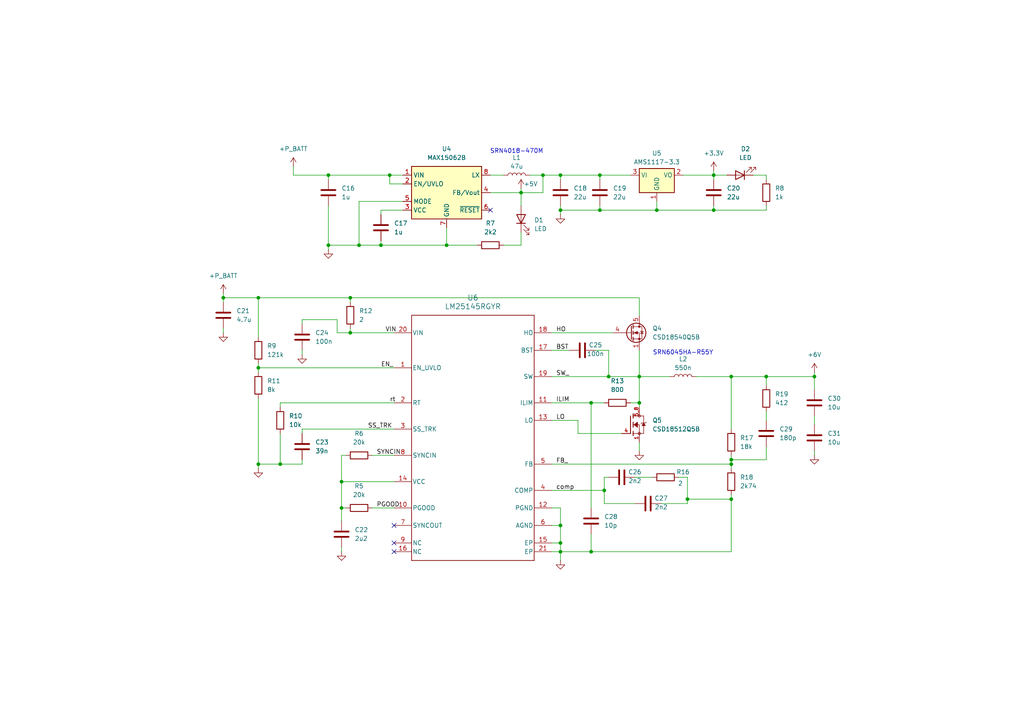
<source format=kicad_sch>
(kicad_sch
	(version 20231120)
	(generator "eeschema")
	(generator_version "8.0")
	(uuid "b606a8ff-a865-49eb-8da8-86bde9958153")
	(paper "A4")
	(lib_symbols
		(symbol "1Custom:CSD18512Q5B"
			(pin_names
				(offset 1.016)
			)
			(exclude_from_sim no)
			(in_bom yes)
			(on_board yes)
			(property "Reference" "Q"
				(at -8.89 2.54 0)
				(effects
					(font
						(size 1.27 1.27)
					)
					(justify left bottom)
				)
			)
			(property "Value" "CSD18512Q5B"
				(at -8.89 -7.62 0)
				(effects
					(font
						(size 1.27 1.27)
					)
					(justify left bottom)
				)
			)
			(property "Footprint" "CSD18512Q5B:TRANS_CSD18512Q5B"
				(at 0 0 0)
				(effects
					(font
						(size 1.27 1.27)
					)
					(justify bottom)
					(hide yes)
				)
			)
			(property "Datasheet" ""
				(at 0 0 0)
				(effects
					(font
						(size 1.27 1.27)
					)
					(hide yes)
				)
			)
			(property "Description" ""
				(at 0 0 0)
				(effects
					(font
						(size 1.27 1.27)
					)
					(hide yes)
				)
			)
			(property "SNAPEDA_PACKAGE_ID" "103137"
				(at 0 0 0)
				(effects
					(font
						(size 1.27 1.27)
					)
					(justify bottom)
					(hide yes)
				)
			)
			(property "MAXIMUM_PACKAGE_HEIGHT" "1.05 mm"
				(at 0 0 0)
				(effects
					(font
						(size 1.27 1.27)
					)
					(justify bottom)
					(hide yes)
				)
			)
			(property "STANDARD" "Manufacturer Recommendations"
				(at 0 0 0)
				(effects
					(font
						(size 1.27 1.27)
					)
					(justify bottom)
					(hide yes)
				)
			)
			(property "PARTREV" "A"
				(at 0 0 0)
				(effects
					(font
						(size 1.27 1.27)
					)
					(justify bottom)
					(hide yes)
				)
			)
			(property "MANUFACTURER" "Texas Instruments"
				(at 0 0 0)
				(effects
					(font
						(size 1.27 1.27)
					)
					(justify bottom)
					(hide yes)
				)
			)
			(property "SNAPEDA_PN" "CSD18512Q5B"
				(at 0 0 0)
				(effects
					(font
						(size 1.27 1.27)
					)
					(justify bottom)
					(hide yes)
				)
			)
			(symbol "CSD18512Q5B_0_0"
				(polyline
					(pts
						(xy 0 2.54) (xy 0 -2.54)
					)
					(stroke
						(width 0.254)
						(type default)
					)
					(fill
						(type none)
					)
				)
				(polyline
					(pts
						(xy 0.762 -2.54) (xy 0.762 -3.175)
					)
					(stroke
						(width 0.254)
						(type default)
					)
					(fill
						(type none)
					)
				)
				(polyline
					(pts
						(xy 0.762 -1.905) (xy 0.762 -2.54)
					)
					(stroke
						(width 0.254)
						(type default)
					)
					(fill
						(type none)
					)
				)
				(polyline
					(pts
						(xy 0.762 0) (xy 0.762 -0.762)
					)
					(stroke
						(width 0.254)
						(type default)
					)
					(fill
						(type none)
					)
				)
				(polyline
					(pts
						(xy 0.762 0) (xy 2.54 0)
					)
					(stroke
						(width 0.1524)
						(type default)
					)
					(fill
						(type none)
					)
				)
				(polyline
					(pts
						(xy 0.762 0.762) (xy 0.762 0)
					)
					(stroke
						(width 0.254)
						(type default)
					)
					(fill
						(type none)
					)
				)
				(polyline
					(pts
						(xy 0.762 2.54) (xy 0.762 1.905)
					)
					(stroke
						(width 0.254)
						(type default)
					)
					(fill
						(type none)
					)
				)
				(polyline
					(pts
						(xy 0.762 2.54) (xy 3.81 2.54)
					)
					(stroke
						(width 0.1524)
						(type default)
					)
					(fill
						(type none)
					)
				)
				(polyline
					(pts
						(xy 0.762 3.175) (xy 0.762 2.54)
					)
					(stroke
						(width 0.254)
						(type default)
					)
					(fill
						(type none)
					)
				)
				(polyline
					(pts
						(xy 2.54 -2.54) (xy 0.762 -2.54)
					)
					(stroke
						(width 0.1524)
						(type default)
					)
					(fill
						(type none)
					)
				)
				(polyline
					(pts
						(xy 2.54 -2.54) (xy 3.81 -2.54)
					)
					(stroke
						(width 0.1524)
						(type default)
					)
					(fill
						(type none)
					)
				)
				(polyline
					(pts
						(xy 2.54 0) (xy 2.54 -2.54)
					)
					(stroke
						(width 0.1524)
						(type default)
					)
					(fill
						(type none)
					)
				)
				(polyline
					(pts
						(xy 3.302 0.508) (xy 3.048 0.254)
					)
					(stroke
						(width 0.1524)
						(type default)
					)
					(fill
						(type none)
					)
				)
				(polyline
					(pts
						(xy 3.81 0.508) (xy 3.302 0.508)
					)
					(stroke
						(width 0.1524)
						(type default)
					)
					(fill
						(type none)
					)
				)
				(polyline
					(pts
						(xy 3.81 0.508) (xy 3.81 -2.54)
					)
					(stroke
						(width 0.1524)
						(type default)
					)
					(fill
						(type none)
					)
				)
				(polyline
					(pts
						(xy 3.81 2.54) (xy 3.81 0.508)
					)
					(stroke
						(width 0.1524)
						(type default)
					)
					(fill
						(type none)
					)
				)
				(polyline
					(pts
						(xy 4.318 0.508) (xy 3.81 0.508)
					)
					(stroke
						(width 0.1524)
						(type default)
					)
					(fill
						(type none)
					)
				)
				(polyline
					(pts
						(xy 4.572 0.762) (xy 4.318 0.508)
					)
					(stroke
						(width 0.1524)
						(type default)
					)
					(fill
						(type none)
					)
				)
				(polyline
					(pts
						(xy 1.016 0) (xy 2.032 0.762) (xy 2.032 -0.762) (xy 1.016 0)
					)
					(stroke
						(width 0.1524)
						(type default)
					)
					(fill
						(type outline)
					)
				)
				(polyline
					(pts
						(xy 3.81 0.508) (xy 3.302 -0.254) (xy 4.318 -0.254) (xy 3.81 0.508)
					)
					(stroke
						(width 0.1524)
						(type default)
					)
					(fill
						(type outline)
					)
				)
				(circle
					(center 2.54 -2.54)
					(radius 0.3592)
					(stroke
						(width 0)
						(type default)
					)
					(fill
						(type none)
					)
				)
				(circle
					(center 2.54 2.54)
					(radius 0.3592)
					(stroke
						(width 0)
						(type default)
					)
					(fill
						(type none)
					)
				)
				(pin passive line
					(at 2.54 -5.08 90)
					(length 2.54)
					(name "~"
						(effects
							(font
								(size 1.016 1.016)
							)
						)
					)
					(number "1"
						(effects
							(font
								(size 1.016 1.016)
							)
						)
					)
				)
				(pin passive line
					(at -2.54 -2.54 0)
					(length 2.54)
					(name "~"
						(effects
							(font
								(size 1.016 1.016)
							)
						)
					)
					(number "4"
						(effects
							(font
								(size 1.016 1.016)
							)
						)
					)
				)
				(pin passive line
					(at 2.54 5.08 270)
					(length 2.54)
					(name "~"
						(effects
							(font
								(size 1.016 1.016)
							)
						)
					)
					(number "5_8"
						(effects
							(font
								(size 1.016 1.016)
							)
						)
					)
				)
			)
		)
		(symbol "1Custom:LM25145RGYR"
			(pin_names
				(offset 0.254)
			)
			(exclude_from_sim no)
			(in_bom yes)
			(on_board yes)
			(property "Reference" "U"
				(at 0 2.54 0)
				(effects
					(font
						(size 1.524 1.524)
					)
				)
			)
			(property "Value" "LM25145RGYR"
				(at 0 0 0)
				(effects
					(font
						(size 1.524 1.524)
					)
				)
			)
			(property "Footprint" "RGY0020B"
				(at 0 0 0)
				(effects
					(font
						(size 1.27 1.27)
						(italic yes)
					)
					(hide yes)
				)
			)
			(property "Datasheet" "LM25145RGYR"
				(at 0 0 0)
				(effects
					(font
						(size 1.27 1.27)
						(italic yes)
					)
					(hide yes)
				)
			)
			(property "Description" ""
				(at 0 0 0)
				(effects
					(font
						(size 1.27 1.27)
					)
					(hide yes)
				)
			)
			(property "ki_locked" ""
				(at 0 0 0)
				(effects
					(font
						(size 1.27 1.27)
					)
				)
			)
			(property "ki_keywords" "LM25145RGYR"
				(at 0 0 0)
				(effects
					(font
						(size 1.27 1.27)
					)
					(hide yes)
				)
			)
			(property "ki_fp_filters" "RGY0020B"
				(at 0 0 0)
				(effects
					(font
						(size 1.27 1.27)
					)
					(hide yes)
				)
			)
			(symbol "LM25145RGYR_0_1"
				(polyline
					(pts
						(xy -17.78 -35.56) (xy 17.78 -35.56)
					)
					(stroke
						(width 0.2032)
						(type default)
					)
					(fill
						(type none)
					)
				)
				(polyline
					(pts
						(xy -17.78 35.56) (xy -17.78 -35.56)
					)
					(stroke
						(width 0.2032)
						(type default)
					)
					(fill
						(type none)
					)
				)
				(polyline
					(pts
						(xy 17.78 -35.56) (xy 17.78 35.56)
					)
					(stroke
						(width 0.2032)
						(type default)
					)
					(fill
						(type none)
					)
				)
				(polyline
					(pts
						(xy 17.78 35.56) (xy -17.78 35.56)
					)
					(stroke
						(width 0.2032)
						(type default)
					)
					(fill
						(type none)
					)
				)
				(pin input line
					(at -22.86 20.32 0)
					(length 5.08)
					(name "EN_UVLO"
						(effects
							(font
								(size 1.27 1.27)
							)
						)
					)
					(number "1"
						(effects
							(font
								(size 1.27 1.27)
							)
						)
					)
				)
				(pin open_collector line
					(at -22.86 -20.32 0)
					(length 5.08)
					(name "PGOOD"
						(effects
							(font
								(size 1.27 1.27)
							)
						)
					)
					(number "10"
						(effects
							(font
								(size 1.27 1.27)
							)
						)
					)
				)
				(pin input line
					(at 22.86 10.16 180)
					(length 5.08)
					(name "ILIM"
						(effects
							(font
								(size 1.27 1.27)
							)
						)
					)
					(number "11"
						(effects
							(font
								(size 1.27 1.27)
							)
						)
					)
				)
				(pin power_in line
					(at 22.86 -20.32 180)
					(length 5.08)
					(name "PGND"
						(effects
							(font
								(size 1.27 1.27)
							)
						)
					)
					(number "12"
						(effects
							(font
								(size 1.27 1.27)
							)
						)
					)
				)
				(pin output line
					(at 22.86 5.08 180)
					(length 5.08)
					(name "LO"
						(effects
							(font
								(size 1.27 1.27)
							)
						)
					)
					(number "13"
						(effects
							(font
								(size 1.27 1.27)
							)
						)
					)
				)
				(pin power_in line
					(at -22.86 -12.7 0)
					(length 5.08)
					(name "VCC"
						(effects
							(font
								(size 1.27 1.27)
							)
						)
					)
					(number "14"
						(effects
							(font
								(size 1.27 1.27)
							)
						)
					)
				)
				(pin power_in line
					(at 22.86 -30.48 180)
					(length 5.08)
					(name "EP"
						(effects
							(font
								(size 1.27 1.27)
							)
						)
					)
					(number "15"
						(effects
							(font
								(size 1.27 1.27)
							)
						)
					)
				)
				(pin unspecified line
					(at -22.86 -33.02 0)
					(length 5.08)
					(name "NC"
						(effects
							(font
								(size 1.27 1.27)
							)
						)
					)
					(number "16"
						(effects
							(font
								(size 1.27 1.27)
							)
						)
					)
				)
				(pin unspecified line
					(at 22.86 25.4 180)
					(length 5.08)
					(name "BST"
						(effects
							(font
								(size 1.27 1.27)
							)
						)
					)
					(number "17"
						(effects
							(font
								(size 1.27 1.27)
							)
						)
					)
				)
				(pin output line
					(at 22.86 30.48 180)
					(length 5.08)
					(name "HO"
						(effects
							(font
								(size 1.27 1.27)
							)
						)
					)
					(number "18"
						(effects
							(font
								(size 1.27 1.27)
							)
						)
					)
				)
				(pin power_in line
					(at 22.86 17.78 180)
					(length 5.08)
					(name "SW"
						(effects
							(font
								(size 1.27 1.27)
							)
						)
					)
					(number "19"
						(effects
							(font
								(size 1.27 1.27)
							)
						)
					)
				)
				(pin input line
					(at -22.86 10.16 0)
					(length 5.08)
					(name "RT"
						(effects
							(font
								(size 1.27 1.27)
							)
						)
					)
					(number "2"
						(effects
							(font
								(size 1.27 1.27)
							)
						)
					)
				)
				(pin power_in line
					(at -22.86 30.48 0)
					(length 5.08)
					(name "VIN"
						(effects
							(font
								(size 1.27 1.27)
							)
						)
					)
					(number "20"
						(effects
							(font
								(size 1.27 1.27)
							)
						)
					)
				)
				(pin power_in line
					(at 22.86 -33.02 180)
					(length 5.08)
					(name "EP"
						(effects
							(font
								(size 1.27 1.27)
							)
						)
					)
					(number "21"
						(effects
							(font
								(size 1.27 1.27)
							)
						)
					)
				)
				(pin input line
					(at -22.86 2.54 0)
					(length 5.08)
					(name "SS_TRK"
						(effects
							(font
								(size 1.27 1.27)
							)
						)
					)
					(number "3"
						(effects
							(font
								(size 1.27 1.27)
							)
						)
					)
				)
				(pin unspecified line
					(at 22.86 -15.24 180)
					(length 5.08)
					(name "COMP"
						(effects
							(font
								(size 1.27 1.27)
							)
						)
					)
					(number "4"
						(effects
							(font
								(size 1.27 1.27)
							)
						)
					)
				)
				(pin input line
					(at 22.86 -7.62 180)
					(length 5.08)
					(name "FB"
						(effects
							(font
								(size 1.27 1.27)
							)
						)
					)
					(number "5"
						(effects
							(font
								(size 1.27 1.27)
							)
						)
					)
				)
				(pin power_in line
					(at 22.86 -25.4 180)
					(length 5.08)
					(name "AGND"
						(effects
							(font
								(size 1.27 1.27)
							)
						)
					)
					(number "6"
						(effects
							(font
								(size 1.27 1.27)
							)
						)
					)
				)
				(pin output line
					(at -22.86 -25.4 0)
					(length 5.08)
					(name "SYNCOUT"
						(effects
							(font
								(size 1.27 1.27)
							)
						)
					)
					(number "7"
						(effects
							(font
								(size 1.27 1.27)
							)
						)
					)
				)
				(pin input line
					(at -22.86 -5.08 0)
					(length 5.08)
					(name "SYNCIN"
						(effects
							(font
								(size 1.27 1.27)
							)
						)
					)
					(number "8"
						(effects
							(font
								(size 1.27 1.27)
							)
						)
					)
				)
				(pin unspecified line
					(at -22.86 -30.48 0)
					(length 5.08)
					(name "NC"
						(effects
							(font
								(size 1.27 1.27)
							)
						)
					)
					(number "9"
						(effects
							(font
								(size 1.27 1.27)
							)
						)
					)
				)
			)
		)
		(symbol "Device:C"
			(pin_numbers hide)
			(pin_names
				(offset 0.254)
			)
			(exclude_from_sim no)
			(in_bom yes)
			(on_board yes)
			(property "Reference" "C"
				(at 0.635 2.54 0)
				(effects
					(font
						(size 1.27 1.27)
					)
					(justify left)
				)
			)
			(property "Value" "C"
				(at 0.635 -2.54 0)
				(effects
					(font
						(size 1.27 1.27)
					)
					(justify left)
				)
			)
			(property "Footprint" ""
				(at 0.9652 -3.81 0)
				(effects
					(font
						(size 1.27 1.27)
					)
					(hide yes)
				)
			)
			(property "Datasheet" "~"
				(at 0 0 0)
				(effects
					(font
						(size 1.27 1.27)
					)
					(hide yes)
				)
			)
			(property "Description" "Unpolarized capacitor"
				(at 0 0 0)
				(effects
					(font
						(size 1.27 1.27)
					)
					(hide yes)
				)
			)
			(property "ki_keywords" "cap capacitor"
				(at 0 0 0)
				(effects
					(font
						(size 1.27 1.27)
					)
					(hide yes)
				)
			)
			(property "ki_fp_filters" "C_*"
				(at 0 0 0)
				(effects
					(font
						(size 1.27 1.27)
					)
					(hide yes)
				)
			)
			(symbol "C_0_1"
				(polyline
					(pts
						(xy -2.032 -0.762) (xy 2.032 -0.762)
					)
					(stroke
						(width 0.508)
						(type default)
					)
					(fill
						(type none)
					)
				)
				(polyline
					(pts
						(xy -2.032 0.762) (xy 2.032 0.762)
					)
					(stroke
						(width 0.508)
						(type default)
					)
					(fill
						(type none)
					)
				)
			)
			(symbol "C_1_1"
				(pin passive line
					(at 0 3.81 270)
					(length 2.794)
					(name "~"
						(effects
							(font
								(size 1.27 1.27)
							)
						)
					)
					(number "1"
						(effects
							(font
								(size 1.27 1.27)
							)
						)
					)
				)
				(pin passive line
					(at 0 -3.81 90)
					(length 2.794)
					(name "~"
						(effects
							(font
								(size 1.27 1.27)
							)
						)
					)
					(number "2"
						(effects
							(font
								(size 1.27 1.27)
							)
						)
					)
				)
			)
		)
		(symbol "Device:L"
			(pin_numbers hide)
			(pin_names
				(offset 1.016) hide)
			(exclude_from_sim no)
			(in_bom yes)
			(on_board yes)
			(property "Reference" "L"
				(at -1.27 0 90)
				(effects
					(font
						(size 1.27 1.27)
					)
				)
			)
			(property "Value" "L"
				(at 1.905 0 90)
				(effects
					(font
						(size 1.27 1.27)
					)
				)
			)
			(property "Footprint" ""
				(at 0 0 0)
				(effects
					(font
						(size 1.27 1.27)
					)
					(hide yes)
				)
			)
			(property "Datasheet" "~"
				(at 0 0 0)
				(effects
					(font
						(size 1.27 1.27)
					)
					(hide yes)
				)
			)
			(property "Description" "Inductor"
				(at 0 0 0)
				(effects
					(font
						(size 1.27 1.27)
					)
					(hide yes)
				)
			)
			(property "ki_keywords" "inductor choke coil reactor magnetic"
				(at 0 0 0)
				(effects
					(font
						(size 1.27 1.27)
					)
					(hide yes)
				)
			)
			(property "ki_fp_filters" "Choke_* *Coil* Inductor_* L_*"
				(at 0 0 0)
				(effects
					(font
						(size 1.27 1.27)
					)
					(hide yes)
				)
			)
			(symbol "L_0_1"
				(arc
					(start 0 -2.54)
					(mid 0.6323 -1.905)
					(end 0 -1.27)
					(stroke
						(width 0)
						(type default)
					)
					(fill
						(type none)
					)
				)
				(arc
					(start 0 -1.27)
					(mid 0.6323 -0.635)
					(end 0 0)
					(stroke
						(width 0)
						(type default)
					)
					(fill
						(type none)
					)
				)
				(arc
					(start 0 0)
					(mid 0.6323 0.635)
					(end 0 1.27)
					(stroke
						(width 0)
						(type default)
					)
					(fill
						(type none)
					)
				)
				(arc
					(start 0 1.27)
					(mid 0.6323 1.905)
					(end 0 2.54)
					(stroke
						(width 0)
						(type default)
					)
					(fill
						(type none)
					)
				)
			)
			(symbol "L_1_1"
				(pin passive line
					(at 0 3.81 270)
					(length 1.27)
					(name "1"
						(effects
							(font
								(size 1.27 1.27)
							)
						)
					)
					(number "1"
						(effects
							(font
								(size 1.27 1.27)
							)
						)
					)
				)
				(pin passive line
					(at 0 -3.81 90)
					(length 1.27)
					(name "2"
						(effects
							(font
								(size 1.27 1.27)
							)
						)
					)
					(number "2"
						(effects
							(font
								(size 1.27 1.27)
							)
						)
					)
				)
			)
		)
		(symbol "Device:LED"
			(pin_numbers hide)
			(pin_names
				(offset 1.016) hide)
			(exclude_from_sim no)
			(in_bom yes)
			(on_board yes)
			(property "Reference" "D"
				(at 0 2.54 0)
				(effects
					(font
						(size 1.27 1.27)
					)
				)
			)
			(property "Value" "LED"
				(at 0 -2.54 0)
				(effects
					(font
						(size 1.27 1.27)
					)
				)
			)
			(property "Footprint" ""
				(at 0 0 0)
				(effects
					(font
						(size 1.27 1.27)
					)
					(hide yes)
				)
			)
			(property "Datasheet" "~"
				(at 0 0 0)
				(effects
					(font
						(size 1.27 1.27)
					)
					(hide yes)
				)
			)
			(property "Description" "Light emitting diode"
				(at 0 0 0)
				(effects
					(font
						(size 1.27 1.27)
					)
					(hide yes)
				)
			)
			(property "ki_keywords" "LED diode"
				(at 0 0 0)
				(effects
					(font
						(size 1.27 1.27)
					)
					(hide yes)
				)
			)
			(property "ki_fp_filters" "LED* LED_SMD:* LED_THT:*"
				(at 0 0 0)
				(effects
					(font
						(size 1.27 1.27)
					)
					(hide yes)
				)
			)
			(symbol "LED_0_1"
				(polyline
					(pts
						(xy -1.27 -1.27) (xy -1.27 1.27)
					)
					(stroke
						(width 0.254)
						(type default)
					)
					(fill
						(type none)
					)
				)
				(polyline
					(pts
						(xy -1.27 0) (xy 1.27 0)
					)
					(stroke
						(width 0)
						(type default)
					)
					(fill
						(type none)
					)
				)
				(polyline
					(pts
						(xy 1.27 -1.27) (xy 1.27 1.27) (xy -1.27 0) (xy 1.27 -1.27)
					)
					(stroke
						(width 0.254)
						(type default)
					)
					(fill
						(type none)
					)
				)
				(polyline
					(pts
						(xy -3.048 -0.762) (xy -4.572 -2.286) (xy -3.81 -2.286) (xy -4.572 -2.286) (xy -4.572 -1.524)
					)
					(stroke
						(width 0)
						(type default)
					)
					(fill
						(type none)
					)
				)
				(polyline
					(pts
						(xy -1.778 -0.762) (xy -3.302 -2.286) (xy -2.54 -2.286) (xy -3.302 -2.286) (xy -3.302 -1.524)
					)
					(stroke
						(width 0)
						(type default)
					)
					(fill
						(type none)
					)
				)
			)
			(symbol "LED_1_1"
				(pin passive line
					(at -3.81 0 0)
					(length 2.54)
					(name "K"
						(effects
							(font
								(size 1.27 1.27)
							)
						)
					)
					(number "1"
						(effects
							(font
								(size 1.27 1.27)
							)
						)
					)
				)
				(pin passive line
					(at 3.81 0 180)
					(length 2.54)
					(name "A"
						(effects
							(font
								(size 1.27 1.27)
							)
						)
					)
					(number "2"
						(effects
							(font
								(size 1.27 1.27)
							)
						)
					)
				)
			)
		)
		(symbol "Device:R"
			(pin_numbers hide)
			(pin_names
				(offset 0)
			)
			(exclude_from_sim no)
			(in_bom yes)
			(on_board yes)
			(property "Reference" "R"
				(at 2.032 0 90)
				(effects
					(font
						(size 1.27 1.27)
					)
				)
			)
			(property "Value" "R"
				(at 0 0 90)
				(effects
					(font
						(size 1.27 1.27)
					)
				)
			)
			(property "Footprint" ""
				(at -1.778 0 90)
				(effects
					(font
						(size 1.27 1.27)
					)
					(hide yes)
				)
			)
			(property "Datasheet" "~"
				(at 0 0 0)
				(effects
					(font
						(size 1.27 1.27)
					)
					(hide yes)
				)
			)
			(property "Description" "Resistor"
				(at 0 0 0)
				(effects
					(font
						(size 1.27 1.27)
					)
					(hide yes)
				)
			)
			(property "ki_keywords" "R res resistor"
				(at 0 0 0)
				(effects
					(font
						(size 1.27 1.27)
					)
					(hide yes)
				)
			)
			(property "ki_fp_filters" "R_*"
				(at 0 0 0)
				(effects
					(font
						(size 1.27 1.27)
					)
					(hide yes)
				)
			)
			(symbol "R_0_1"
				(rectangle
					(start -1.016 -2.54)
					(end 1.016 2.54)
					(stroke
						(width 0.254)
						(type default)
					)
					(fill
						(type none)
					)
				)
			)
			(symbol "R_1_1"
				(pin passive line
					(at 0 3.81 270)
					(length 1.27)
					(name "~"
						(effects
							(font
								(size 1.27 1.27)
							)
						)
					)
					(number "1"
						(effects
							(font
								(size 1.27 1.27)
							)
						)
					)
				)
				(pin passive line
					(at 0 -3.81 90)
					(length 1.27)
					(name "~"
						(effects
							(font
								(size 1.27 1.27)
							)
						)
					)
					(number "2"
						(effects
							(font
								(size 1.27 1.27)
							)
						)
					)
				)
			)
		)
		(symbol "Regulator_Linear:AMS1117-3.3"
			(exclude_from_sim no)
			(in_bom yes)
			(on_board yes)
			(property "Reference" "U"
				(at -3.81 3.175 0)
				(effects
					(font
						(size 1.27 1.27)
					)
				)
			)
			(property "Value" "AMS1117-3.3"
				(at 0 3.175 0)
				(effects
					(font
						(size 1.27 1.27)
					)
					(justify left)
				)
			)
			(property "Footprint" "Package_TO_SOT_SMD:SOT-223-3_TabPin2"
				(at 0 5.08 0)
				(effects
					(font
						(size 1.27 1.27)
					)
					(hide yes)
				)
			)
			(property "Datasheet" "http://www.advanced-monolithic.com/pdf/ds1117.pdf"
				(at 2.54 -6.35 0)
				(effects
					(font
						(size 1.27 1.27)
					)
					(hide yes)
				)
			)
			(property "Description" "1A Low Dropout regulator, positive, 3.3V fixed output, SOT-223"
				(at 0 0 0)
				(effects
					(font
						(size 1.27 1.27)
					)
					(hide yes)
				)
			)
			(property "ki_keywords" "linear regulator ldo fixed positive"
				(at 0 0 0)
				(effects
					(font
						(size 1.27 1.27)
					)
					(hide yes)
				)
			)
			(property "ki_fp_filters" "SOT?223*TabPin2*"
				(at 0 0 0)
				(effects
					(font
						(size 1.27 1.27)
					)
					(hide yes)
				)
			)
			(symbol "AMS1117-3.3_0_1"
				(rectangle
					(start -5.08 -5.08)
					(end 5.08 1.905)
					(stroke
						(width 0.254)
						(type default)
					)
					(fill
						(type background)
					)
				)
			)
			(symbol "AMS1117-3.3_1_1"
				(pin power_in line
					(at 0 -7.62 90)
					(length 2.54)
					(name "GND"
						(effects
							(font
								(size 1.27 1.27)
							)
						)
					)
					(number "1"
						(effects
							(font
								(size 1.27 1.27)
							)
						)
					)
				)
				(pin power_out line
					(at 7.62 0 180)
					(length 2.54)
					(name "VO"
						(effects
							(font
								(size 1.27 1.27)
							)
						)
					)
					(number "2"
						(effects
							(font
								(size 1.27 1.27)
							)
						)
					)
				)
				(pin power_in line
					(at -7.62 0 0)
					(length 2.54)
					(name "VI"
						(effects
							(font
								(size 1.27 1.27)
							)
						)
					)
					(number "3"
						(effects
							(font
								(size 1.27 1.27)
							)
						)
					)
				)
			)
		)
		(symbol "Regulator_Switching:MAX15062B"
			(exclude_from_sim no)
			(in_bom yes)
			(on_board yes)
			(property "Reference" "U"
				(at -10.16 11.43 0)
				(effects
					(font
						(size 1.27 1.27)
					)
					(justify left)
				)
			)
			(property "Value" "MAX15062B"
				(at -10.16 8.89 0)
				(effects
					(font
						(size 1.27 1.27)
					)
					(justify left)
				)
			)
			(property "Footprint" "Package_DFN_QFN:DFN-8_2x2mm_P0.5mm"
				(at 0 13.97 0)
				(effects
					(font
						(size 1.27 1.27)
						(italic yes)
					)
					(hide yes)
				)
			)
			(property "Datasheet" "http://datasheets.maximintegrated.com/en/ds/MAX15062.pdf"
				(at 0 -1.27 0)
				(effects
					(font
						(size 1.27 1.27)
					)
					(hide yes)
				)
			)
			(property "Description" "60V, 300mA, synchronous step-down dc-dc converter, 5.0V fixed output voltage, DFN-8"
				(at 0 0 0)
				(effects
					(font
						(size 1.27 1.27)
					)
					(hide yes)
				)
			)
			(property "ki_keywords" "step-down dc-dc switching regulator"
				(at 0 0 0)
				(effects
					(font
						(size 1.27 1.27)
					)
					(hide yes)
				)
			)
			(property "ki_fp_filters" "DFN*2x2mm*P0.5mm*"
				(at 0 0 0)
				(effects
					(font
						(size 1.27 1.27)
					)
					(hide yes)
				)
			)
			(symbol "MAX15062B_0_1"
				(rectangle
					(start -10.16 7.62)
					(end 10.16 -7.62)
					(stroke
						(width 0.254)
						(type default)
					)
					(fill
						(type background)
					)
				)
			)
			(symbol "MAX15062B_1_1"
				(pin power_in line
					(at -12.7 5.08 0)
					(length 2.54)
					(name "VIN"
						(effects
							(font
								(size 1.27 1.27)
							)
						)
					)
					(number "1"
						(effects
							(font
								(size 1.27 1.27)
							)
						)
					)
				)
				(pin input line
					(at -12.7 2.54 0)
					(length 2.54)
					(name "EN/UVLO"
						(effects
							(font
								(size 1.27 1.27)
							)
						)
					)
					(number "2"
						(effects
							(font
								(size 1.27 1.27)
							)
						)
					)
				)
				(pin power_out line
					(at -12.7 -5.08 0)
					(length 2.54)
					(name "VCC"
						(effects
							(font
								(size 1.27 1.27)
							)
						)
					)
					(number "3"
						(effects
							(font
								(size 1.27 1.27)
							)
						)
					)
				)
				(pin input line
					(at 12.7 0 180)
					(length 2.54)
					(name "FB/Vout"
						(effects
							(font
								(size 1.27 1.27)
							)
						)
					)
					(number "4"
						(effects
							(font
								(size 1.27 1.27)
							)
						)
					)
				)
				(pin input line
					(at -12.7 -2.54 0)
					(length 2.54)
					(name "MODE"
						(effects
							(font
								(size 1.27 1.27)
							)
						)
					)
					(number "5"
						(effects
							(font
								(size 1.27 1.27)
							)
						)
					)
				)
				(pin open_collector line
					(at 12.7 -5.08 180)
					(length 2.54)
					(name "~{RESET}"
						(effects
							(font
								(size 1.27 1.27)
							)
						)
					)
					(number "6"
						(effects
							(font
								(size 1.27 1.27)
							)
						)
					)
				)
				(pin power_in line
					(at 0 -10.16 90)
					(length 2.54)
					(name "GND"
						(effects
							(font
								(size 1.27 1.27)
							)
						)
					)
					(number "7"
						(effects
							(font
								(size 1.27 1.27)
							)
						)
					)
				)
				(pin power_out line
					(at 12.7 5.08 180)
					(length 2.54)
					(name "LX"
						(effects
							(font
								(size 1.27 1.27)
							)
						)
					)
					(number "8"
						(effects
							(font
								(size 1.27 1.27)
							)
						)
					)
				)
			)
		)
		(symbol "Transistor_FET:CSD18540Q5B"
			(pin_names hide)
			(exclude_from_sim no)
			(in_bom yes)
			(on_board yes)
			(property "Reference" "Q"
				(at 5.08 1.905 0)
				(effects
					(font
						(size 1.27 1.27)
					)
					(justify left)
				)
			)
			(property "Value" "CSD18540Q5B"
				(at 5.08 0 0)
				(effects
					(font
						(size 1.27 1.27)
					)
					(justify left)
				)
			)
			(property "Footprint" "Package_TO_SOT_SMD:TDSON-8-1"
				(at 5.08 -1.905 0)
				(effects
					(font
						(size 1.27 1.27)
						(italic yes)
					)
					(justify left)
					(hide yes)
				)
			)
			(property "Datasheet" "http://www.ti.com/lit/gpn/csd18540q5b"
				(at 5.08 -3.81 0)
				(effects
					(font
						(size 1.27 1.27)
					)
					(justify left)
					(hide yes)
				)
			)
			(property "Description" "100A Id, 60V Vds, NexFET N-Channel Power MOSFET, 2.2mOhm Ron, 41nC Qg(typ), SON8 5x6mm"
				(at 0 0 0)
				(effects
					(font
						(size 1.27 1.27)
					)
					(hide yes)
				)
			)
			(property "ki_keywords" "NexFET Power MOSFET N-MOS"
				(at 0 0 0)
				(effects
					(font
						(size 1.27 1.27)
					)
					(hide yes)
				)
			)
			(property "ki_fp_filters" "TDSON*"
				(at 0 0 0)
				(effects
					(font
						(size 1.27 1.27)
					)
					(hide yes)
				)
			)
			(symbol "CSD18540Q5B_0_1"
				(polyline
					(pts
						(xy 0.254 0) (xy -2.54 0)
					)
					(stroke
						(width 0)
						(type default)
					)
					(fill
						(type none)
					)
				)
				(polyline
					(pts
						(xy 0.254 1.905) (xy 0.254 -1.905)
					)
					(stroke
						(width 0.254)
						(type default)
					)
					(fill
						(type none)
					)
				)
				(polyline
					(pts
						(xy 0.762 -1.27) (xy 0.762 -2.286)
					)
					(stroke
						(width 0.254)
						(type default)
					)
					(fill
						(type none)
					)
				)
				(polyline
					(pts
						(xy 0.762 0.508) (xy 0.762 -0.508)
					)
					(stroke
						(width 0.254)
						(type default)
					)
					(fill
						(type none)
					)
				)
				(polyline
					(pts
						(xy 0.762 2.286) (xy 0.762 1.27)
					)
					(stroke
						(width 0.254)
						(type default)
					)
					(fill
						(type none)
					)
				)
				(polyline
					(pts
						(xy 2.54 2.54) (xy 2.54 1.778)
					)
					(stroke
						(width 0)
						(type default)
					)
					(fill
						(type none)
					)
				)
				(polyline
					(pts
						(xy 2.54 -2.54) (xy 2.54 0) (xy 0.762 0)
					)
					(stroke
						(width 0)
						(type default)
					)
					(fill
						(type none)
					)
				)
				(polyline
					(pts
						(xy 0.762 -1.778) (xy 3.302 -1.778) (xy 3.302 1.778) (xy 0.762 1.778)
					)
					(stroke
						(width 0)
						(type default)
					)
					(fill
						(type none)
					)
				)
				(polyline
					(pts
						(xy 1.016 0) (xy 2.032 0.381) (xy 2.032 -0.381) (xy 1.016 0)
					)
					(stroke
						(width 0)
						(type default)
					)
					(fill
						(type outline)
					)
				)
				(polyline
					(pts
						(xy 2.794 0.508) (xy 2.921 0.381) (xy 3.683 0.381) (xy 3.81 0.254)
					)
					(stroke
						(width 0)
						(type default)
					)
					(fill
						(type none)
					)
				)
				(polyline
					(pts
						(xy 3.302 0.381) (xy 2.921 -0.254) (xy 3.683 -0.254) (xy 3.302 0.381)
					)
					(stroke
						(width 0)
						(type default)
					)
					(fill
						(type none)
					)
				)
				(circle
					(center 1.651 0)
					(radius 2.794)
					(stroke
						(width 0.254)
						(type default)
					)
					(fill
						(type none)
					)
				)
				(circle
					(center 2.54 -1.778)
					(radius 0.254)
					(stroke
						(width 0)
						(type default)
					)
					(fill
						(type outline)
					)
				)
				(circle
					(center 2.54 1.778)
					(radius 0.254)
					(stroke
						(width 0)
						(type default)
					)
					(fill
						(type outline)
					)
				)
			)
			(symbol "CSD18540Q5B_1_1"
				(pin passive line
					(at 2.54 -5.08 90)
					(length 2.54)
					(name "S"
						(effects
							(font
								(size 1.27 1.27)
							)
						)
					)
					(number "1"
						(effects
							(font
								(size 1.27 1.27)
							)
						)
					)
				)
				(pin passive line
					(at 2.54 -5.08 90)
					(length 2.54) hide
					(name "S"
						(effects
							(font
								(size 1.27 1.27)
							)
						)
					)
					(number "2"
						(effects
							(font
								(size 1.27 1.27)
							)
						)
					)
				)
				(pin passive line
					(at 2.54 -5.08 90)
					(length 2.54) hide
					(name "S"
						(effects
							(font
								(size 1.27 1.27)
							)
						)
					)
					(number "3"
						(effects
							(font
								(size 1.27 1.27)
							)
						)
					)
				)
				(pin passive line
					(at -5.08 0 0)
					(length 2.54)
					(name "G"
						(effects
							(font
								(size 1.27 1.27)
							)
						)
					)
					(number "4"
						(effects
							(font
								(size 1.27 1.27)
							)
						)
					)
				)
				(pin passive line
					(at 2.54 5.08 270)
					(length 2.54)
					(name "D"
						(effects
							(font
								(size 1.27 1.27)
							)
						)
					)
					(number "5"
						(effects
							(font
								(size 1.27 1.27)
							)
						)
					)
				)
			)
		)
		(symbol "power:+3.3V"
			(power)
			(pin_numbers hide)
			(pin_names
				(offset 0) hide)
			(exclude_from_sim no)
			(in_bom yes)
			(on_board yes)
			(property "Reference" "#PWR"
				(at 0 -3.81 0)
				(effects
					(font
						(size 1.27 1.27)
					)
					(hide yes)
				)
			)
			(property "Value" "+3.3V"
				(at 0 3.556 0)
				(effects
					(font
						(size 1.27 1.27)
					)
				)
			)
			(property "Footprint" ""
				(at 0 0 0)
				(effects
					(font
						(size 1.27 1.27)
					)
					(hide yes)
				)
			)
			(property "Datasheet" ""
				(at 0 0 0)
				(effects
					(font
						(size 1.27 1.27)
					)
					(hide yes)
				)
			)
			(property "Description" "Power symbol creates a global label with name \"+3.3V\""
				(at 0 0 0)
				(effects
					(font
						(size 1.27 1.27)
					)
					(hide yes)
				)
			)
			(property "ki_keywords" "global power"
				(at 0 0 0)
				(effects
					(font
						(size 1.27 1.27)
					)
					(hide yes)
				)
			)
			(symbol "+3.3V_0_1"
				(polyline
					(pts
						(xy -0.762 1.27) (xy 0 2.54)
					)
					(stroke
						(width 0)
						(type default)
					)
					(fill
						(type none)
					)
				)
				(polyline
					(pts
						(xy 0 0) (xy 0 2.54)
					)
					(stroke
						(width 0)
						(type default)
					)
					(fill
						(type none)
					)
				)
				(polyline
					(pts
						(xy 0 2.54) (xy 0.762 1.27)
					)
					(stroke
						(width 0)
						(type default)
					)
					(fill
						(type none)
					)
				)
			)
			(symbol "+3.3V_1_1"
				(pin power_in line
					(at 0 0 90)
					(length 0)
					(name "~"
						(effects
							(font
								(size 1.27 1.27)
							)
						)
					)
					(number "1"
						(effects
							(font
								(size 1.27 1.27)
							)
						)
					)
				)
			)
		)
		(symbol "power:+5V"
			(power)
			(pin_numbers hide)
			(pin_names
				(offset 0) hide)
			(exclude_from_sim no)
			(in_bom yes)
			(on_board yes)
			(property "Reference" "#PWR"
				(at 0 -3.81 0)
				(effects
					(font
						(size 1.27 1.27)
					)
					(hide yes)
				)
			)
			(property "Value" "+5V"
				(at 0 3.556 0)
				(effects
					(font
						(size 1.27 1.27)
					)
				)
			)
			(property "Footprint" ""
				(at 0 0 0)
				(effects
					(font
						(size 1.27 1.27)
					)
					(hide yes)
				)
			)
			(property "Datasheet" ""
				(at 0 0 0)
				(effects
					(font
						(size 1.27 1.27)
					)
					(hide yes)
				)
			)
			(property "Description" "Power symbol creates a global label with name \"+5V\""
				(at 0 0 0)
				(effects
					(font
						(size 1.27 1.27)
					)
					(hide yes)
				)
			)
			(property "ki_keywords" "global power"
				(at 0 0 0)
				(effects
					(font
						(size 1.27 1.27)
					)
					(hide yes)
				)
			)
			(symbol "+5V_0_1"
				(polyline
					(pts
						(xy -0.762 1.27) (xy 0 2.54)
					)
					(stroke
						(width 0)
						(type default)
					)
					(fill
						(type none)
					)
				)
				(polyline
					(pts
						(xy 0 0) (xy 0 2.54)
					)
					(stroke
						(width 0)
						(type default)
					)
					(fill
						(type none)
					)
				)
				(polyline
					(pts
						(xy 0 2.54) (xy 0.762 1.27)
					)
					(stroke
						(width 0)
						(type default)
					)
					(fill
						(type none)
					)
				)
			)
			(symbol "+5V_1_1"
				(pin power_in line
					(at 0 0 90)
					(length 0)
					(name "~"
						(effects
							(font
								(size 1.27 1.27)
							)
						)
					)
					(number "1"
						(effects
							(font
								(size 1.27 1.27)
							)
						)
					)
				)
			)
		)
		(symbol "power:+6V"
			(power)
			(pin_numbers hide)
			(pin_names
				(offset 0) hide)
			(exclude_from_sim no)
			(in_bom yes)
			(on_board yes)
			(property "Reference" "#PWR"
				(at 0 -3.81 0)
				(effects
					(font
						(size 1.27 1.27)
					)
					(hide yes)
				)
			)
			(property "Value" "+6V"
				(at 0 3.556 0)
				(effects
					(font
						(size 1.27 1.27)
					)
				)
			)
			(property "Footprint" ""
				(at 0 0 0)
				(effects
					(font
						(size 1.27 1.27)
					)
					(hide yes)
				)
			)
			(property "Datasheet" ""
				(at 0 0 0)
				(effects
					(font
						(size 1.27 1.27)
					)
					(hide yes)
				)
			)
			(property "Description" "Power symbol creates a global label with name \"+6V\""
				(at 0 0 0)
				(effects
					(font
						(size 1.27 1.27)
					)
					(hide yes)
				)
			)
			(property "ki_keywords" "global power"
				(at 0 0 0)
				(effects
					(font
						(size 1.27 1.27)
					)
					(hide yes)
				)
			)
			(symbol "+6V_0_1"
				(polyline
					(pts
						(xy -0.762 1.27) (xy 0 2.54)
					)
					(stroke
						(width 0)
						(type default)
					)
					(fill
						(type none)
					)
				)
				(polyline
					(pts
						(xy 0 0) (xy 0 2.54)
					)
					(stroke
						(width 0)
						(type default)
					)
					(fill
						(type none)
					)
				)
				(polyline
					(pts
						(xy 0 2.54) (xy 0.762 1.27)
					)
					(stroke
						(width 0)
						(type default)
					)
					(fill
						(type none)
					)
				)
			)
			(symbol "+6V_1_1"
				(pin power_in line
					(at 0 0 90)
					(length 0)
					(name "~"
						(effects
							(font
								(size 1.27 1.27)
							)
						)
					)
					(number "1"
						(effects
							(font
								(size 1.27 1.27)
							)
						)
					)
				)
			)
		)
		(symbol "power:+BATT"
			(power)
			(pin_numbers hide)
			(pin_names
				(offset 0) hide)
			(exclude_from_sim no)
			(in_bom yes)
			(on_board yes)
			(property "Reference" "#PWR"
				(at 0 -3.81 0)
				(effects
					(font
						(size 1.27 1.27)
					)
					(hide yes)
				)
			)
			(property "Value" "+BATT"
				(at 0 3.556 0)
				(effects
					(font
						(size 1.27 1.27)
					)
				)
			)
			(property "Footprint" ""
				(at 0 0 0)
				(effects
					(font
						(size 1.27 1.27)
					)
					(hide yes)
				)
			)
			(property "Datasheet" ""
				(at 0 0 0)
				(effects
					(font
						(size 1.27 1.27)
					)
					(hide yes)
				)
			)
			(property "Description" "Power symbol creates a global label with name \"+BATT\""
				(at 0 0 0)
				(effects
					(font
						(size 1.27 1.27)
					)
					(hide yes)
				)
			)
			(property "ki_keywords" "global power battery"
				(at 0 0 0)
				(effects
					(font
						(size 1.27 1.27)
					)
					(hide yes)
				)
			)
			(symbol "+BATT_0_1"
				(polyline
					(pts
						(xy -0.762 1.27) (xy 0 2.54)
					)
					(stroke
						(width 0)
						(type default)
					)
					(fill
						(type none)
					)
				)
				(polyline
					(pts
						(xy 0 0) (xy 0 2.54)
					)
					(stroke
						(width 0)
						(type default)
					)
					(fill
						(type none)
					)
				)
				(polyline
					(pts
						(xy 0 2.54) (xy 0.762 1.27)
					)
					(stroke
						(width 0)
						(type default)
					)
					(fill
						(type none)
					)
				)
			)
			(symbol "+BATT_1_1"
				(pin power_in line
					(at 0 0 90)
					(length 0)
					(name "~"
						(effects
							(font
								(size 1.27 1.27)
							)
						)
					)
					(number "1"
						(effects
							(font
								(size 1.27 1.27)
							)
						)
					)
				)
			)
		)
		(symbol "power:GND"
			(power)
			(pin_numbers hide)
			(pin_names
				(offset 0) hide)
			(exclude_from_sim no)
			(in_bom yes)
			(on_board yes)
			(property "Reference" "#PWR"
				(at 0 -6.35 0)
				(effects
					(font
						(size 1.27 1.27)
					)
					(hide yes)
				)
			)
			(property "Value" "GND"
				(at 0 -3.81 0)
				(effects
					(font
						(size 1.27 1.27)
					)
				)
			)
			(property "Footprint" ""
				(at 0 0 0)
				(effects
					(font
						(size 1.27 1.27)
					)
					(hide yes)
				)
			)
			(property "Datasheet" ""
				(at 0 0 0)
				(effects
					(font
						(size 1.27 1.27)
					)
					(hide yes)
				)
			)
			(property "Description" "Power symbol creates a global label with name \"GND\" , ground"
				(at 0 0 0)
				(effects
					(font
						(size 1.27 1.27)
					)
					(hide yes)
				)
			)
			(property "ki_keywords" "global power"
				(at 0 0 0)
				(effects
					(font
						(size 1.27 1.27)
					)
					(hide yes)
				)
			)
			(symbol "GND_0_1"
				(polyline
					(pts
						(xy 0 0) (xy 0 -1.27) (xy 1.27 -1.27) (xy 0 -2.54) (xy -1.27 -1.27) (xy 0 -1.27)
					)
					(stroke
						(width 0)
						(type default)
					)
					(fill
						(type none)
					)
				)
			)
			(symbol "GND_1_1"
				(pin power_in line
					(at 0 0 270)
					(length 0)
					(name "~"
						(effects
							(font
								(size 1.27 1.27)
							)
						)
					)
					(number "1"
						(effects
							(font
								(size 1.27 1.27)
							)
						)
					)
				)
			)
		)
	)
	(junction
		(at 129.54 71.12)
		(diameter 0)
		(color 0 0 0 0)
		(uuid "03d03ff3-7135-401e-a9bc-55c97aecbfef")
	)
	(junction
		(at 199.39 144.78)
		(diameter 0)
		(color 0 0 0 0)
		(uuid "131bb8a6-3c10-4cc0-b08b-85a686fea1aa")
	)
	(junction
		(at 74.93 106.68)
		(diameter 0)
		(color 0 0 0 0)
		(uuid "16d8b83f-9a89-4302-a004-580c61726f5e")
	)
	(junction
		(at 190.5 60.96)
		(diameter 0)
		(color 0 0 0 0)
		(uuid "19eef031-063e-4b34-abe6-eeb8e3a95d92")
	)
	(junction
		(at 212.09 134.62)
		(diameter 0)
		(color 0 0 0 0)
		(uuid "1d8a38f3-26f3-4cc9-bbc6-986e6a74fe5b")
	)
	(junction
		(at 151.13 55.88)
		(diameter 0)
		(color 0 0 0 0)
		(uuid "1e67ff6e-a9f3-461a-91e8-8f5d1fa99337")
	)
	(junction
		(at 101.6 86.36)
		(diameter 0)
		(color 0 0 0 0)
		(uuid "23f926f7-925a-4302-9090-30bcad8ca3f1")
	)
	(junction
		(at 64.77 86.36)
		(diameter 0)
		(color 0 0 0 0)
		(uuid "24c78217-027f-49cf-b114-d71a5750d03a")
	)
	(junction
		(at 95.25 50.8)
		(diameter 0)
		(color 0 0 0 0)
		(uuid "253c8a6b-1d2b-4422-8d7c-d6d1db0a3802")
	)
	(junction
		(at 162.56 160.02)
		(diameter 0)
		(color 0 0 0 0)
		(uuid "364cbbc4-067b-471f-bcce-40e9d0306937")
	)
	(junction
		(at 74.93 86.36)
		(diameter 0)
		(color 0 0 0 0)
		(uuid "3c585f40-8d84-4a60-bc32-9d4a9203a82a")
	)
	(junction
		(at 113.03 50.8)
		(diameter 0)
		(color 0 0 0 0)
		(uuid "456400d9-188c-4579-9b19-f606f3466ffc")
	)
	(junction
		(at 171.45 160.02)
		(diameter 0)
		(color 0 0 0 0)
		(uuid "472e8386-6409-47bb-a637-094b985d8adc")
	)
	(junction
		(at 110.49 71.12)
		(diameter 0)
		(color 0 0 0 0)
		(uuid "4c6dc6d5-757c-4bcc-8e12-4362ef15ef37")
	)
	(junction
		(at 212.09 144.78)
		(diameter 0)
		(color 0 0 0 0)
		(uuid "5057ec24-a20d-4d78-b6ff-49e47af05186")
	)
	(junction
		(at 207.01 50.8)
		(diameter 0)
		(color 0 0 0 0)
		(uuid "5f8484c7-47df-4a57-b258-f9bb2913280d")
	)
	(junction
		(at 95.25 71.12)
		(diameter 0)
		(color 0 0 0 0)
		(uuid "641b4f07-5fb4-43da-bcdf-29561a99bcca")
	)
	(junction
		(at 173.99 50.8)
		(diameter 0)
		(color 0 0 0 0)
		(uuid "6653d4be-7203-49ec-9b61-94d24ac57177")
	)
	(junction
		(at 162.56 157.48)
		(diameter 0)
		(color 0 0 0 0)
		(uuid "695303cb-92cb-401a-9bff-9fe682740b1e")
	)
	(junction
		(at 185.42 109.22)
		(diameter 0)
		(color 0 0 0 0)
		(uuid "69891722-b47a-4cbb-acac-491fe4e50420")
	)
	(junction
		(at 236.22 109.22)
		(diameter 0)
		(color 0 0 0 0)
		(uuid "6ae8ff5c-6707-4056-b025-a1304511ae39")
	)
	(junction
		(at 212.09 133.35)
		(diameter 0)
		(color 0 0 0 0)
		(uuid "6df273db-a32b-4336-afa0-aae78ef19ffc")
	)
	(junction
		(at 104.14 71.12)
		(diameter 0)
		(color 0 0 0 0)
		(uuid "77803999-2d4e-40c2-ab4e-e73eabb15271")
	)
	(junction
		(at 74.93 134.62)
		(diameter 0)
		(color 0 0 0 0)
		(uuid "7d387ea6-b235-4fb5-a3a5-c21d5a44ecd8")
	)
	(junction
		(at 222.25 109.22)
		(diameter 0)
		(color 0 0 0 0)
		(uuid "7e033d3f-3f39-4e39-87f4-bf8e2c6ddf74")
	)
	(junction
		(at 175.26 142.24)
		(diameter 0)
		(color 0 0 0 0)
		(uuid "9ab0240b-871c-4aa6-a656-041ec730fe87")
	)
	(junction
		(at 162.56 60.96)
		(diameter 0)
		(color 0 0 0 0)
		(uuid "9e5d8ff5-c07e-4d95-8342-745e35971716")
	)
	(junction
		(at 81.28 134.62)
		(diameter 0)
		(color 0 0 0 0)
		(uuid "a7ff4caa-14cb-4100-85bf-b52a6cfa844c")
	)
	(junction
		(at 157.48 50.8)
		(diameter 0)
		(color 0 0 0 0)
		(uuid "b2a5c197-ceb5-4f5d-ace6-88eb163259be")
	)
	(junction
		(at 99.06 147.32)
		(diameter 0)
		(color 0 0 0 0)
		(uuid "b461f701-cd4a-4e00-ba7a-552b3fa35e42")
	)
	(junction
		(at 171.45 116.84)
		(diameter 0)
		(color 0 0 0 0)
		(uuid "c4ec4770-48c3-418e-91ab-781c6816059d")
	)
	(junction
		(at 162.56 152.4)
		(diameter 0)
		(color 0 0 0 0)
		(uuid "c5ec499c-1651-4723-b21a-6d3c909e63d6")
	)
	(junction
		(at 99.06 139.7)
		(diameter 0)
		(color 0 0 0 0)
		(uuid "c60c4f26-ca22-4042-b993-ac9ad659772f")
	)
	(junction
		(at 173.99 60.96)
		(diameter 0)
		(color 0 0 0 0)
		(uuid "c9a7cf43-b25b-4414-8610-3861e41c661a")
	)
	(junction
		(at 176.53 109.22)
		(diameter 0)
		(color 0 0 0 0)
		(uuid "d25c6faa-57c8-49fb-97f4-5400281efbf2")
	)
	(junction
		(at 162.56 50.8)
		(diameter 0)
		(color 0 0 0 0)
		(uuid "d270034b-a0d6-4da3-900d-01531223efb2")
	)
	(junction
		(at 212.09 109.22)
		(diameter 0)
		(color 0 0 0 0)
		(uuid "f200d531-505d-4eb5-ae43-da62c8aa2412")
	)
	(junction
		(at 185.42 116.84)
		(diameter 0)
		(color 0 0 0 0)
		(uuid "f5646e91-60aa-4beb-97c4-4a28e27fab09")
	)
	(junction
		(at 207.01 60.96)
		(diameter 0)
		(color 0 0 0 0)
		(uuid "f6c3006d-5679-4ad1-a127-908bf6dd8761")
	)
	(junction
		(at 101.6 96.52)
		(diameter 0)
		(color 0 0 0 0)
		(uuid "fb053a98-57f5-4ce8-9611-fb7d9da1b7b9")
	)
	(no_connect
		(at 114.3 152.4)
		(uuid "15f70724-d6b8-4da1-a25c-0e89ded3d6bb")
	)
	(no_connect
		(at 114.3 157.48)
		(uuid "1ebfd6e7-35d8-4be2-869b-7179e0a2cccc")
	)
	(no_connect
		(at 114.3 160.02)
		(uuid "8c733c73-9ffd-4338-b872-d8dc14f248b6")
	)
	(no_connect
		(at 142.24 60.96)
		(uuid "d6d8f7c7-3212-4891-bbbb-d20fdc28a42d")
	)
	(wire
		(pts
			(xy 97.79 96.52) (xy 101.6 96.52)
		)
		(stroke
			(width 0)
			(type default)
		)
		(uuid "01341cd8-9e5e-4a9f-b226-200e428b72bf")
	)
	(wire
		(pts
			(xy 95.25 71.12) (xy 95.25 72.39)
		)
		(stroke
			(width 0)
			(type default)
		)
		(uuid "0310cc30-26d4-4cb4-b1c3-1b296e87047f")
	)
	(wire
		(pts
			(xy 142.24 50.8) (xy 146.05 50.8)
		)
		(stroke
			(width 0)
			(type default)
		)
		(uuid "046faa23-da2e-4a35-bdb3-2dace8772ad6")
	)
	(wire
		(pts
			(xy 104.14 58.42) (xy 104.14 71.12)
		)
		(stroke
			(width 0)
			(type default)
		)
		(uuid "04b7e7e2-2a11-4b1f-91e5-db6c675f3da8")
	)
	(wire
		(pts
			(xy 185.42 128.27) (xy 185.42 130.81)
		)
		(stroke
			(width 0)
			(type default)
		)
		(uuid "082c7390-ef9c-4dad-b8f3-9ab4bc773527")
	)
	(wire
		(pts
			(xy 160.02 157.48) (xy 162.56 157.48)
		)
		(stroke
			(width 0)
			(type default)
		)
		(uuid "085ade1c-78e4-4fd2-a2af-8e19d1fa9247")
	)
	(wire
		(pts
			(xy 74.93 134.62) (xy 81.28 134.62)
		)
		(stroke
			(width 0)
			(type default)
		)
		(uuid "08616ecc-d3f9-46a3-a3e9-1d9eeed389a1")
	)
	(wire
		(pts
			(xy 129.54 66.04) (xy 129.54 71.12)
		)
		(stroke
			(width 0)
			(type default)
		)
		(uuid "08623aa3-2d45-4eab-b688-a9dec6085368")
	)
	(wire
		(pts
			(xy 207.01 50.8) (xy 210.82 50.8)
		)
		(stroke
			(width 0)
			(type default)
		)
		(uuid "0b4c6fdf-3bb0-4d82-bb50-50e314678fad")
	)
	(wire
		(pts
			(xy 157.48 55.88) (xy 157.48 50.8)
		)
		(stroke
			(width 0)
			(type default)
		)
		(uuid "0e7aebee-510d-42d3-9e47-bc3f835e4880")
	)
	(wire
		(pts
			(xy 87.63 101.6) (xy 87.63 102.87)
		)
		(stroke
			(width 0)
			(type default)
		)
		(uuid "0ff06c88-8775-4f17-bd3a-12fafefe0d39")
	)
	(wire
		(pts
			(xy 212.09 144.78) (xy 199.39 144.78)
		)
		(stroke
			(width 0)
			(type default)
		)
		(uuid "1099a0ab-6a3f-4f27-b1dc-7fa5fe478c29")
	)
	(wire
		(pts
			(xy 87.63 92.71) (xy 97.79 92.71)
		)
		(stroke
			(width 0)
			(type default)
		)
		(uuid "10fe52ac-e5bd-408b-b2e6-5dc7b13c6b23")
	)
	(wire
		(pts
			(xy 160.02 109.22) (xy 176.53 109.22)
		)
		(stroke
			(width 0)
			(type default)
		)
		(uuid "11ddd798-b733-478c-b47b-50606ccdec6d")
	)
	(wire
		(pts
			(xy 222.25 111.76) (xy 222.25 109.22)
		)
		(stroke
			(width 0)
			(type default)
		)
		(uuid "14d26c27-1307-4eb1-ac0c-47a4f2b4c27e")
	)
	(wire
		(pts
			(xy 185.42 116.84) (xy 185.42 118.11)
		)
		(stroke
			(width 0)
			(type default)
		)
		(uuid "14d35c9d-eeee-461c-aa14-585681124a2f")
	)
	(wire
		(pts
			(xy 113.03 50.8) (xy 116.84 50.8)
		)
		(stroke
			(width 0)
			(type default)
		)
		(uuid "14dee5bc-bca8-4990-9beb-dc944e2e1531")
	)
	(wire
		(pts
			(xy 173.99 59.69) (xy 173.99 60.96)
		)
		(stroke
			(width 0)
			(type default)
		)
		(uuid "1852eacb-0262-4c4e-aae5-ffccf292e745")
	)
	(wire
		(pts
			(xy 64.77 95.25) (xy 64.77 96.52)
		)
		(stroke
			(width 0)
			(type default)
		)
		(uuid "18aa462e-9311-45c6-ae3d-19fd470a1b4b")
	)
	(wire
		(pts
			(xy 99.06 139.7) (xy 114.3 139.7)
		)
		(stroke
			(width 0)
			(type default)
		)
		(uuid "1989bb17-fb5b-4462-b74e-f9d46e38371a")
	)
	(wire
		(pts
			(xy 171.45 160.02) (xy 162.56 160.02)
		)
		(stroke
			(width 0)
			(type default)
		)
		(uuid "19c5aaa2-7f53-4b74-9384-6aedbf75018d")
	)
	(wire
		(pts
			(xy 104.14 71.12) (xy 110.49 71.12)
		)
		(stroke
			(width 0)
			(type default)
		)
		(uuid "1cc7cf0a-6cf1-4044-9497-8bf25d36d967")
	)
	(wire
		(pts
			(xy 184.15 138.43) (xy 189.23 138.43)
		)
		(stroke
			(width 0)
			(type default)
		)
		(uuid "1cc9983e-f360-4d3c-9ba1-51731fbb1e62")
	)
	(wire
		(pts
			(xy 116.84 60.96) (xy 110.49 60.96)
		)
		(stroke
			(width 0)
			(type default)
		)
		(uuid "228bf504-f908-49d5-a8f6-5ade8599033b")
	)
	(wire
		(pts
			(xy 222.25 59.69) (xy 222.25 60.96)
		)
		(stroke
			(width 0)
			(type default)
		)
		(uuid "272f35fe-b7f8-4d6f-882e-41f9cd1f5f35")
	)
	(wire
		(pts
			(xy 199.39 138.43) (xy 196.85 138.43)
		)
		(stroke
			(width 0)
			(type default)
		)
		(uuid "27f7e55a-2b91-4324-b830-51f52d9e69f0")
	)
	(wire
		(pts
			(xy 212.09 132.08) (xy 212.09 133.35)
		)
		(stroke
			(width 0)
			(type default)
		)
		(uuid "2dc2fd5e-c4fb-47f1-90ee-09492995a637")
	)
	(wire
		(pts
			(xy 116.84 53.34) (xy 113.03 53.34)
		)
		(stroke
			(width 0)
			(type default)
		)
		(uuid "2f83489d-115d-4e9c-a7c1-9332dc8e6239")
	)
	(wire
		(pts
			(xy 114.3 106.68) (xy 74.93 106.68)
		)
		(stroke
			(width 0)
			(type default)
		)
		(uuid "2fbd01aa-09cd-4686-8d65-d9752092e05a")
	)
	(wire
		(pts
			(xy 64.77 86.36) (xy 64.77 87.63)
		)
		(stroke
			(width 0)
			(type default)
		)
		(uuid "32a3da85-34b7-4752-abc9-63aebba254c8")
	)
	(wire
		(pts
			(xy 74.93 134.62) (xy 74.93 135.89)
		)
		(stroke
			(width 0)
			(type default)
		)
		(uuid "34e13323-5e2d-4c86-9943-48eab554b1f4")
	)
	(wire
		(pts
			(xy 207.01 49.53) (xy 207.01 50.8)
		)
		(stroke
			(width 0)
			(type default)
		)
		(uuid "35d8f5d0-d08b-4204-9427-03124876a683")
	)
	(wire
		(pts
			(xy 160.02 160.02) (xy 162.56 160.02)
		)
		(stroke
			(width 0)
			(type default)
		)
		(uuid "36b2a783-0c12-4e9b-bdad-fdb1ab677517")
	)
	(wire
		(pts
			(xy 95.25 71.12) (xy 104.14 71.12)
		)
		(stroke
			(width 0)
			(type default)
		)
		(uuid "375fac15-b151-47df-80d5-c75a8ae59578")
	)
	(wire
		(pts
			(xy 99.06 132.08) (xy 99.06 139.7)
		)
		(stroke
			(width 0)
			(type default)
		)
		(uuid "38f65cfa-8a5c-498b-b8dd-46ac139e944a")
	)
	(wire
		(pts
			(xy 97.79 92.71) (xy 97.79 96.52)
		)
		(stroke
			(width 0)
			(type default)
		)
		(uuid "391e5e23-d573-4bc4-87bc-45c2fe267c2c")
	)
	(wire
		(pts
			(xy 95.25 50.8) (xy 95.25 52.07)
		)
		(stroke
			(width 0)
			(type default)
		)
		(uuid "3f81e8d6-e420-4fd7-97d3-4e89e2982dd8")
	)
	(wire
		(pts
			(xy 95.25 59.69) (xy 95.25 71.12)
		)
		(stroke
			(width 0)
			(type default)
		)
		(uuid "40ca7406-f028-4230-9339-5c862b3d1708")
	)
	(wire
		(pts
			(xy 236.22 109.22) (xy 222.25 109.22)
		)
		(stroke
			(width 0)
			(type default)
		)
		(uuid "426df40d-ff45-4230-a84b-bcb1a9582d84")
	)
	(wire
		(pts
			(xy 212.09 109.22) (xy 212.09 124.46)
		)
		(stroke
			(width 0)
			(type default)
		)
		(uuid "42bd9aae-e734-488a-bf90-7e8585bc48fc")
	)
	(wire
		(pts
			(xy 162.56 160.02) (xy 162.56 162.56)
		)
		(stroke
			(width 0)
			(type default)
		)
		(uuid "4a146e71-4d84-488a-8602-3153afbd44aa")
	)
	(wire
		(pts
			(xy 175.26 138.43) (xy 175.26 142.24)
		)
		(stroke
			(width 0)
			(type default)
		)
		(uuid "4a9b15fa-2880-43de-b5f1-57a209019a9e")
	)
	(wire
		(pts
			(xy 151.13 67.31) (xy 151.13 71.12)
		)
		(stroke
			(width 0)
			(type default)
		)
		(uuid "4dcf9fbd-9e30-4a10-b590-540ae0a13cd2")
	)
	(wire
		(pts
			(xy 129.54 71.12) (xy 138.43 71.12)
		)
		(stroke
			(width 0)
			(type default)
		)
		(uuid "4eb8d290-e4c7-4dd2-aead-6d6ea5973a3d")
	)
	(wire
		(pts
			(xy 180.34 125.73) (xy 167.64 125.73)
		)
		(stroke
			(width 0)
			(type default)
		)
		(uuid "4ed59b84-2d69-40d8-8784-73c2f368da8a")
	)
	(wire
		(pts
			(xy 167.64 121.92) (xy 160.02 121.92)
		)
		(stroke
			(width 0)
			(type default)
		)
		(uuid "50774a6d-ab0b-4f1f-aebb-13b55d2d1221")
	)
	(wire
		(pts
			(xy 74.93 105.41) (xy 74.93 106.68)
		)
		(stroke
			(width 0)
			(type default)
		)
		(uuid "50d72ab7-32cc-4317-9108-71e0aeda5e3f")
	)
	(wire
		(pts
			(xy 191.77 146.05) (xy 199.39 146.05)
		)
		(stroke
			(width 0)
			(type default)
		)
		(uuid "54e8572d-4881-4c12-b60b-a2236f625455")
	)
	(wire
		(pts
			(xy 100.33 132.08) (xy 99.06 132.08)
		)
		(stroke
			(width 0)
			(type default)
		)
		(uuid "557172a6-2e04-487b-9b23-fd75457ecff0")
	)
	(wire
		(pts
			(xy 110.49 60.96) (xy 110.49 62.23)
		)
		(stroke
			(width 0)
			(type default)
		)
		(uuid "55a377d4-5bcb-4883-b7ab-1e08cde5b334")
	)
	(wire
		(pts
			(xy 162.56 59.69) (xy 162.56 60.96)
		)
		(stroke
			(width 0)
			(type default)
		)
		(uuid "55eb5ee0-c383-421f-8883-0fdba3e94849")
	)
	(wire
		(pts
			(xy 222.25 133.35) (xy 212.09 133.35)
		)
		(stroke
			(width 0)
			(type default)
		)
		(uuid "56de9f60-6708-44e1-9834-0da5865c5d67")
	)
	(wire
		(pts
			(xy 212.09 160.02) (xy 171.45 160.02)
		)
		(stroke
			(width 0)
			(type default)
		)
		(uuid "580809de-aa8a-46e8-ba0a-5770d80c1433")
	)
	(wire
		(pts
			(xy 160.02 142.24) (xy 175.26 142.24)
		)
		(stroke
			(width 0)
			(type default)
		)
		(uuid "5b3556bc-ea58-4333-9064-8b219ae5548a")
	)
	(wire
		(pts
			(xy 160.02 134.62) (xy 212.09 134.62)
		)
		(stroke
			(width 0)
			(type default)
		)
		(uuid "64af0ac2-0fd2-480d-bb50-a97a5398904a")
	)
	(wire
		(pts
			(xy 176.53 138.43) (xy 175.26 138.43)
		)
		(stroke
			(width 0)
			(type default)
		)
		(uuid "66cb3120-b34c-4af6-8f4e-f85c7c4db240")
	)
	(wire
		(pts
			(xy 151.13 55.88) (xy 157.48 55.88)
		)
		(stroke
			(width 0)
			(type default)
		)
		(uuid "69654f1b-24b1-4931-a239-3a070e099337")
	)
	(wire
		(pts
			(xy 185.42 109.22) (xy 194.31 109.22)
		)
		(stroke
			(width 0)
			(type default)
		)
		(uuid "6acdf5e1-b2d0-4fad-8d52-75204ab955fa")
	)
	(wire
		(pts
			(xy 222.25 60.96) (xy 207.01 60.96)
		)
		(stroke
			(width 0)
			(type default)
		)
		(uuid "6b519efa-bbe0-407b-ad09-110c849c01b5")
	)
	(wire
		(pts
			(xy 185.42 109.22) (xy 185.42 116.84)
		)
		(stroke
			(width 0)
			(type default)
		)
		(uuid "6bb5e5be-a069-4d40-b1e8-40b2fd759ef3")
	)
	(wire
		(pts
			(xy 173.99 50.8) (xy 173.99 52.07)
		)
		(stroke
			(width 0)
			(type default)
		)
		(uuid "6e6bf589-f29a-49ca-adfc-d9143e68284d")
	)
	(wire
		(pts
			(xy 107.95 132.08) (xy 114.3 132.08)
		)
		(stroke
			(width 0)
			(type default)
		)
		(uuid "6ee9840f-4d52-4e8f-b882-4a3f13be612b")
	)
	(wire
		(pts
			(xy 113.03 53.34) (xy 113.03 50.8)
		)
		(stroke
			(width 0)
			(type default)
		)
		(uuid "70951112-f706-4159-9455-57fa0557dc2b")
	)
	(wire
		(pts
			(xy 175.26 146.05) (xy 184.15 146.05)
		)
		(stroke
			(width 0)
			(type default)
		)
		(uuid "71a9fc58-d12e-4781-9fe9-893a7557d73b")
	)
	(wire
		(pts
			(xy 64.77 85.09) (xy 64.77 86.36)
		)
		(stroke
			(width 0)
			(type default)
		)
		(uuid "73155659-e4fb-4c87-a6a4-e0ddca1b1d14")
	)
	(wire
		(pts
			(xy 201.93 109.22) (xy 212.09 109.22)
		)
		(stroke
			(width 0)
			(type default)
		)
		(uuid "74598dc6-ba87-4173-a13c-920b3bddf49a")
	)
	(wire
		(pts
			(xy 171.45 116.84) (xy 175.26 116.84)
		)
		(stroke
			(width 0)
			(type default)
		)
		(uuid "76687700-6ee3-4f50-85f7-6f7ebe689fed")
	)
	(wire
		(pts
			(xy 157.48 50.8) (xy 162.56 50.8)
		)
		(stroke
			(width 0)
			(type default)
		)
		(uuid "77e343ca-bb93-4c77-b770-c4c18f007504")
	)
	(wire
		(pts
			(xy 87.63 124.46) (xy 87.63 125.73)
		)
		(stroke
			(width 0)
			(type default)
		)
		(uuid "78172540-3f5d-4e57-b90a-7acb7f5fcbe3")
	)
	(wire
		(pts
			(xy 175.26 142.24) (xy 175.26 146.05)
		)
		(stroke
			(width 0)
			(type default)
		)
		(uuid "79afd0bb-8927-4a16-b07a-e3966e512de2")
	)
	(wire
		(pts
			(xy 173.99 60.96) (xy 162.56 60.96)
		)
		(stroke
			(width 0)
			(type default)
		)
		(uuid "7a69a9ef-a55e-46ce-ae4e-973b42526a54")
	)
	(wire
		(pts
			(xy 85.09 50.8) (xy 95.25 50.8)
		)
		(stroke
			(width 0)
			(type default)
		)
		(uuid "7bb10466-146c-4a5a-9c93-6f7a360c7311")
	)
	(wire
		(pts
			(xy 190.5 58.42) (xy 190.5 60.96)
		)
		(stroke
			(width 0)
			(type default)
		)
		(uuid "7d114bed-72e7-4e58-bbe0-8f09f0a2ccb9")
	)
	(wire
		(pts
			(xy 222.25 129.54) (xy 222.25 133.35)
		)
		(stroke
			(width 0)
			(type default)
		)
		(uuid "7e3ad4dc-89b3-4189-b415-462cd81ece26")
	)
	(wire
		(pts
			(xy 116.84 58.42) (xy 104.14 58.42)
		)
		(stroke
			(width 0)
			(type default)
		)
		(uuid "7ea1aa90-cc3c-4d9a-b984-0b1e9f62f6a1")
	)
	(wire
		(pts
			(xy 87.63 93.98) (xy 87.63 92.71)
		)
		(stroke
			(width 0)
			(type default)
		)
		(uuid "821f0c29-997f-4a02-bb43-1af1df740ff7")
	)
	(wire
		(pts
			(xy 99.06 158.75) (xy 99.06 160.02)
		)
		(stroke
			(width 0)
			(type default)
		)
		(uuid "84993fb7-22b7-48b6-9e97-44244a3b999b")
	)
	(wire
		(pts
			(xy 185.42 109.22) (xy 185.42 101.6)
		)
		(stroke
			(width 0)
			(type default)
		)
		(uuid "8523f08a-2463-48c3-80c7-0e62cedb83c2")
	)
	(wire
		(pts
			(xy 212.09 143.51) (xy 212.09 144.78)
		)
		(stroke
			(width 0)
			(type default)
		)
		(uuid "8579dd81-3f85-4c14-a2d7-98d9f0ceab7e")
	)
	(wire
		(pts
			(xy 173.99 60.96) (xy 190.5 60.96)
		)
		(stroke
			(width 0)
			(type default)
		)
		(uuid "8c768b10-b7f4-4944-9d9f-e30eb49d5ff5")
	)
	(wire
		(pts
			(xy 162.56 157.48) (xy 162.56 160.02)
		)
		(stroke
			(width 0)
			(type default)
		)
		(uuid "8dac9fa4-fedf-4854-98a7-66f4c90cf54e")
	)
	(wire
		(pts
			(xy 81.28 134.62) (xy 87.63 134.62)
		)
		(stroke
			(width 0)
			(type default)
		)
		(uuid "92a78e7c-fe7e-4ce1-a986-78d11eadf454")
	)
	(wire
		(pts
			(xy 101.6 87.63) (xy 101.6 86.36)
		)
		(stroke
			(width 0)
			(type default)
		)
		(uuid "92f27a75-6160-46a9-9d8e-f9279568aa81")
	)
	(wire
		(pts
			(xy 99.06 139.7) (xy 99.06 147.32)
		)
		(stroke
			(width 0)
			(type default)
		)
		(uuid "930e397d-85dc-46b6-b8a5-36c261a2e07d")
	)
	(wire
		(pts
			(xy 172.72 101.6) (xy 176.53 101.6)
		)
		(stroke
			(width 0)
			(type default)
		)
		(uuid "934ab7aa-bef0-442a-b6ce-86ca86f2bad1")
	)
	(wire
		(pts
			(xy 236.22 130.81) (xy 236.22 132.08)
		)
		(stroke
			(width 0)
			(type default)
		)
		(uuid "96e0a5d7-3172-4ab3-b555-2d7025c6d695")
	)
	(wire
		(pts
			(xy 110.49 69.85) (xy 110.49 71.12)
		)
		(stroke
			(width 0)
			(type default)
		)
		(uuid "983c5ab4-a2d0-4722-b5b8-88cb4ffe5bb1")
	)
	(wire
		(pts
			(xy 81.28 125.73) (xy 81.28 134.62)
		)
		(stroke
			(width 0)
			(type default)
		)
		(uuid "995afeba-37a3-4444-ba65-2597c104ccb5")
	)
	(wire
		(pts
			(xy 160.02 152.4) (xy 162.56 152.4)
		)
		(stroke
			(width 0)
			(type default)
		)
		(uuid "9ef4b0f3-fa3f-45e7-88c5-9b41e429f788")
	)
	(wire
		(pts
			(xy 162.56 50.8) (xy 173.99 50.8)
		)
		(stroke
			(width 0)
			(type default)
		)
		(uuid "9ef75457-cabc-4252-a702-303cd9d19b11")
	)
	(wire
		(pts
			(xy 160.02 116.84) (xy 171.45 116.84)
		)
		(stroke
			(width 0)
			(type default)
		)
		(uuid "9f44eb6e-7017-4178-8c46-1462568c843d")
	)
	(wire
		(pts
			(xy 167.64 125.73) (xy 167.64 121.92)
		)
		(stroke
			(width 0)
			(type default)
		)
		(uuid "9fbd74e5-4726-432f-9242-1a43e235a06c")
	)
	(wire
		(pts
			(xy 160.02 96.52) (xy 177.8 96.52)
		)
		(stroke
			(width 0)
			(type default)
		)
		(uuid "9fcf7a7b-2eb7-4619-b1a7-e1389843fabd")
	)
	(wire
		(pts
			(xy 212.09 134.62) (xy 212.09 135.89)
		)
		(stroke
			(width 0)
			(type default)
		)
		(uuid "a02ef6a3-408b-4658-9a5b-12709c9a17b7")
	)
	(wire
		(pts
			(xy 162.56 50.8) (xy 162.56 52.07)
		)
		(stroke
			(width 0)
			(type default)
		)
		(uuid "a1996d1b-7fb6-4803-81d8-1de41acaa5f4")
	)
	(wire
		(pts
			(xy 222.25 109.22) (xy 212.09 109.22)
		)
		(stroke
			(width 0)
			(type default)
		)
		(uuid "a50201fd-a95d-4ff7-bcf6-5146382cf43a")
	)
	(wire
		(pts
			(xy 95.25 50.8) (xy 113.03 50.8)
		)
		(stroke
			(width 0)
			(type default)
		)
		(uuid "a515fed1-e6d9-44ed-b7ad-ce67f8821815")
	)
	(wire
		(pts
			(xy 100.33 147.32) (xy 99.06 147.32)
		)
		(stroke
			(width 0)
			(type default)
		)
		(uuid "a63fede3-8841-4d20-82b7-2d58a129e4b1")
	)
	(wire
		(pts
			(xy 101.6 95.25) (xy 101.6 96.52)
		)
		(stroke
			(width 0)
			(type default)
		)
		(uuid "a9b2bab3-0030-4c6d-9021-1c68b0497d05")
	)
	(wire
		(pts
			(xy 151.13 55.88) (xy 151.13 59.69)
		)
		(stroke
			(width 0)
			(type default)
		)
		(uuid "ab3d88f8-8c36-4d18-956c-4d9a1552cba1")
	)
	(wire
		(pts
			(xy 101.6 86.36) (xy 74.93 86.36)
		)
		(stroke
			(width 0)
			(type default)
		)
		(uuid "affba174-a554-4fb0-85ab-c0feae38a668")
	)
	(wire
		(pts
			(xy 160.02 101.6) (xy 165.1 101.6)
		)
		(stroke
			(width 0)
			(type default)
		)
		(uuid "b087fced-cbd5-4210-8a2f-e182e8795d53")
	)
	(wire
		(pts
			(xy 171.45 154.94) (xy 171.45 160.02)
		)
		(stroke
			(width 0)
			(type default)
		)
		(uuid "b4d44d8c-8ca5-43f4-b855-9740cbbce51b")
	)
	(wire
		(pts
			(xy 182.88 116.84) (xy 185.42 116.84)
		)
		(stroke
			(width 0)
			(type default)
		)
		(uuid "b4f9442b-df48-4430-bbe8-f5185c597462")
	)
	(wire
		(pts
			(xy 236.22 107.95) (xy 236.22 109.22)
		)
		(stroke
			(width 0)
			(type default)
		)
		(uuid "b51f8a57-73de-4881-a60a-9d9da0520150")
	)
	(wire
		(pts
			(xy 198.12 50.8) (xy 207.01 50.8)
		)
		(stroke
			(width 0)
			(type default)
		)
		(uuid "b5e237e2-02df-4bf9-ada9-f1adcbe579ef")
	)
	(wire
		(pts
			(xy 236.22 113.03) (xy 236.22 109.22)
		)
		(stroke
			(width 0)
			(type default)
		)
		(uuid "b6779696-0f2c-4c14-897f-0d0567acf452")
	)
	(wire
		(pts
			(xy 87.63 134.62) (xy 87.63 133.35)
		)
		(stroke
			(width 0)
			(type default)
		)
		(uuid "b750971e-6a08-43ce-a695-fcef2b4b7aee")
	)
	(wire
		(pts
			(xy 101.6 96.52) (xy 114.3 96.52)
		)
		(stroke
			(width 0)
			(type default)
		)
		(uuid "b925dd1a-ab66-48cf-bf46-10ec2d33efe7")
	)
	(wire
		(pts
			(xy 162.56 60.96) (xy 162.56 62.23)
		)
		(stroke
			(width 0)
			(type default)
		)
		(uuid "bc500a31-d987-4aec-9d10-8d94c37ad51f")
	)
	(wire
		(pts
			(xy 151.13 54.61) (xy 151.13 55.88)
		)
		(stroke
			(width 0)
			(type default)
		)
		(uuid "bca2486f-7165-4685-8503-381a14e51617")
	)
	(wire
		(pts
			(xy 74.93 86.36) (xy 74.93 97.79)
		)
		(stroke
			(width 0)
			(type default)
		)
		(uuid "bd0bc9c2-ed59-43de-b317-c0772fabffa1")
	)
	(wire
		(pts
			(xy 74.93 115.57) (xy 74.93 134.62)
		)
		(stroke
			(width 0)
			(type default)
		)
		(uuid "bfc7b14c-4d25-4844-ac91-7b1e785bb846")
	)
	(wire
		(pts
			(xy 153.67 50.8) (xy 157.48 50.8)
		)
		(stroke
			(width 0)
			(type default)
		)
		(uuid "c22183a6-cd7b-413f-a239-6560516c3ebf")
	)
	(wire
		(pts
			(xy 85.09 48.26) (xy 85.09 50.8)
		)
		(stroke
			(width 0)
			(type default)
		)
		(uuid "c2250590-b0e1-484b-b5b4-6fc7559d4b02")
	)
	(wire
		(pts
			(xy 151.13 71.12) (xy 146.05 71.12)
		)
		(stroke
			(width 0)
			(type default)
		)
		(uuid "c2985407-9bf0-4ca5-87ea-84532ef06975")
	)
	(wire
		(pts
			(xy 176.53 101.6) (xy 176.53 109.22)
		)
		(stroke
			(width 0)
			(type default)
		)
		(uuid "c30715d0-ca01-4a8a-9057-0338538d5956")
	)
	(wire
		(pts
			(xy 160.02 147.32) (xy 162.56 147.32)
		)
		(stroke
			(width 0)
			(type default)
		)
		(uuid "c3098494-af82-407f-9d33-cbb8c5efc84b")
	)
	(wire
		(pts
			(xy 199.39 146.05) (xy 199.39 144.78)
		)
		(stroke
			(width 0)
			(type default)
		)
		(uuid "c3861d36-2c2c-4829-8a9f-dfecee86f104")
	)
	(wire
		(pts
			(xy 222.25 52.07) (xy 222.25 50.8)
		)
		(stroke
			(width 0)
			(type default)
		)
		(uuid "c3fe04fd-67ee-425e-a704-e55696461ddb")
	)
	(wire
		(pts
			(xy 107.95 147.32) (xy 114.3 147.32)
		)
		(stroke
			(width 0)
			(type default)
		)
		(uuid "c5c23c21-ca8d-4be9-8a99-e466a04a9332")
	)
	(wire
		(pts
			(xy 212.09 144.78) (xy 212.09 160.02)
		)
		(stroke
			(width 0)
			(type default)
		)
		(uuid "c885576b-33e5-465b-9ecf-ca6109965733")
	)
	(wire
		(pts
			(xy 173.99 50.8) (xy 182.88 50.8)
		)
		(stroke
			(width 0)
			(type default)
		)
		(uuid "c927c557-b8bb-47e6-ac4b-1d545c66f524")
	)
	(wire
		(pts
			(xy 142.24 55.88) (xy 151.13 55.88)
		)
		(stroke
			(width 0)
			(type default)
		)
		(uuid "c94d84b7-0eea-44a5-a88f-38e85a2111fe")
	)
	(wire
		(pts
			(xy 190.5 60.96) (xy 207.01 60.96)
		)
		(stroke
			(width 0)
			(type default)
		)
		(uuid "ccb5c27d-1520-487f-889c-cdede97f3844")
	)
	(wire
		(pts
			(xy 185.42 91.44) (xy 185.42 86.36)
		)
		(stroke
			(width 0)
			(type default)
		)
		(uuid "ccda76b0-c313-4ba6-82d3-123afb875257")
	)
	(wire
		(pts
			(xy 110.49 71.12) (xy 129.54 71.12)
		)
		(stroke
			(width 0)
			(type default)
		)
		(uuid "cebb1e22-2fbd-4859-aed4-8a2b6e0d4f2c")
	)
	(wire
		(pts
			(xy 207.01 50.8) (xy 207.01 52.07)
		)
		(stroke
			(width 0)
			(type default)
		)
		(uuid "ceed4e14-3ef7-438e-bdee-0a6182ae3189")
	)
	(wire
		(pts
			(xy 81.28 118.11) (xy 81.28 116.84)
		)
		(stroke
			(width 0)
			(type default)
		)
		(uuid "d02e7cc1-968f-4636-81cc-66c38e61696d")
	)
	(wire
		(pts
			(xy 222.25 119.38) (xy 222.25 121.92)
		)
		(stroke
			(width 0)
			(type default)
		)
		(uuid "d29e1e50-151a-4db8-8fbf-62753523c837")
	)
	(wire
		(pts
			(xy 162.56 147.32) (xy 162.56 152.4)
		)
		(stroke
			(width 0)
			(type default)
		)
		(uuid "d2d4f6ba-1d70-4992-be33-74facf424edf")
	)
	(wire
		(pts
			(xy 222.25 50.8) (xy 218.44 50.8)
		)
		(stroke
			(width 0)
			(type default)
		)
		(uuid "d60beda1-b562-40d3-b9e1-a16f75bd875f")
	)
	(wire
		(pts
			(xy 114.3 124.46) (xy 87.63 124.46)
		)
		(stroke
			(width 0)
			(type default)
		)
		(uuid "d9f6abdc-64fd-44ad-932b-564771f5645b")
	)
	(wire
		(pts
			(xy 176.53 109.22) (xy 185.42 109.22)
		)
		(stroke
			(width 0)
			(type default)
		)
		(uuid "e06e97c7-1a4b-4439-9824-b6b1183f6e34")
	)
	(wire
		(pts
			(xy 212.09 133.35) (xy 212.09 134.62)
		)
		(stroke
			(width 0)
			(type default)
		)
		(uuid "e3883355-d69f-46fe-b8e0-fc9e00e5aee6")
	)
	(wire
		(pts
			(xy 171.45 116.84) (xy 171.45 147.32)
		)
		(stroke
			(width 0)
			(type default)
		)
		(uuid "e77e11f0-b7df-4ea9-ad19-f75511f29476")
	)
	(wire
		(pts
			(xy 185.42 86.36) (xy 101.6 86.36)
		)
		(stroke
			(width 0)
			(type default)
		)
		(uuid "e833094d-1529-47e6-866f-d917e5f80fb4")
	)
	(wire
		(pts
			(xy 199.39 144.78) (xy 199.39 138.43)
		)
		(stroke
			(width 0)
			(type default)
		)
		(uuid "e857e9f2-923a-46ab-b87e-b2427a8688d3")
	)
	(wire
		(pts
			(xy 207.01 59.69) (xy 207.01 60.96)
		)
		(stroke
			(width 0)
			(type default)
		)
		(uuid "eb1d248b-a719-48fc-a840-d601252056b9")
	)
	(wire
		(pts
			(xy 81.28 116.84) (xy 114.3 116.84)
		)
		(stroke
			(width 0)
			(type default)
		)
		(uuid "ebdef587-f478-42e3-80fb-a17f2a24719e")
	)
	(wire
		(pts
			(xy 236.22 120.65) (xy 236.22 123.19)
		)
		(stroke
			(width 0)
			(type default)
		)
		(uuid "f6e58945-be26-4c24-b074-61873e1108c9")
	)
	(wire
		(pts
			(xy 99.06 147.32) (xy 99.06 151.13)
		)
		(stroke
			(width 0)
			(type default)
		)
		(uuid "fa1779af-ab38-4c7a-9764-126de828e6cc")
	)
	(wire
		(pts
			(xy 74.93 86.36) (xy 64.77 86.36)
		)
		(stroke
			(width 0)
			(type default)
		)
		(uuid "fa893e48-faf2-45fa-b587-c4a35a329b5a")
	)
	(wire
		(pts
			(xy 162.56 152.4) (xy 162.56 157.48)
		)
		(stroke
			(width 0)
			(type default)
		)
		(uuid "fab4f7c3-a6e5-4507-98f0-5696be51a242")
	)
	(wire
		(pts
			(xy 74.93 106.68) (xy 74.93 107.95)
		)
		(stroke
			(width 0)
			(type default)
		)
		(uuid "feca5ffb-6e62-40af-8d20-1feae1db11a7")
	)
	(text "SRN4018-470M"
		(exclude_from_sim no)
		(at 149.86 43.942 0)
		(effects
			(font
				(size 1.27 1.27)
			)
		)
		(uuid "4c6e878c-690a-447b-8e7f-970f22cd2593")
	)
	(text "SRN6045HA-R55Y"
		(exclude_from_sim no)
		(at 198.12 102.362 0)
		(effects
			(font
				(size 1.27 1.27)
			)
		)
		(uuid "8efc5e3a-dad5-4097-8abf-7b6a349ae382")
	)
	(label "HO"
		(at 161.29 96.52 0)
		(fields_autoplaced yes)
		(effects
			(font
				(size 1.27 1.27)
			)
			(justify left bottom)
		)
		(uuid "2cde360a-049e-4166-a80e-de7c710b5b42")
	)
	(label "comp"
		(at 161.29 142.24 0)
		(fields_autoplaced yes)
		(effects
			(font
				(size 1.27 1.27)
			)
			(justify left bottom)
		)
		(uuid "42ed9bfb-347f-4cf3-bfc1-b59a3af93643")
	)
	(label "LO"
		(at 161.29 121.92 0)
		(fields_autoplaced yes)
		(effects
			(font
				(size 1.27 1.27)
			)
			(justify left bottom)
		)
		(uuid "5289704b-4209-42ad-b608-b7b348fb378f")
	)
	(label "PGOOD"
		(at 109.22 147.32 0)
		(fields_autoplaced yes)
		(effects
			(font
				(size 1.27 1.27)
			)
			(justify left bottom)
		)
		(uuid "537ffb13-4e41-4155-bd5f-9be7e382e3fe")
	)
	(label "FB_"
		(at 161.29 134.62 0)
		(fields_autoplaced yes)
		(effects
			(font
				(size 1.27 1.27)
			)
			(justify left bottom)
		)
		(uuid "6b40601f-129c-4c11-8a81-f5703f0973ee")
	)
	(label "VIN"
		(at 111.76 96.52 0)
		(fields_autoplaced yes)
		(effects
			(font
				(size 1.27 1.27)
			)
			(justify left bottom)
		)
		(uuid "7da6803e-edcf-4842-8f4c-06dddb1fdef2")
	)
	(label "SYNCIN"
		(at 109.22 132.08 0)
		(fields_autoplaced yes)
		(effects
			(font
				(size 1.27 1.27)
			)
			(justify left bottom)
		)
		(uuid "7f1a4984-a5f0-4545-bcc8-b9371e48f237")
	)
	(label "ILIM"
		(at 161.29 116.84 0)
		(fields_autoplaced yes)
		(effects
			(font
				(size 1.27 1.27)
			)
			(justify left bottom)
		)
		(uuid "8ba1451a-8a97-4c94-80cb-6cf0f9c23167")
	)
	(label "SW_"
		(at 161.29 109.22 0)
		(fields_autoplaced yes)
		(effects
			(font
				(size 1.27 1.27)
			)
			(justify left bottom)
		)
		(uuid "afc18bc7-afed-45fa-968c-5c047446fa32")
	)
	(label "rt"
		(at 113.03 116.84 0)
		(fields_autoplaced yes)
		(effects
			(font
				(size 1.27 1.27)
			)
			(justify left bottom)
		)
		(uuid "c2075ad1-242c-40ec-a2cd-155ae9910383")
	)
	(label "BST"
		(at 161.29 101.6 0)
		(fields_autoplaced yes)
		(effects
			(font
				(size 1.27 1.27)
			)
			(justify left bottom)
		)
		(uuid "c31cda01-ee04-4dc0-8a98-d05f10e457ca")
	)
	(label "EN_"
		(at 110.49 106.68 0)
		(fields_autoplaced yes)
		(effects
			(font
				(size 1.27 1.27)
			)
			(justify left bottom)
		)
		(uuid "c32f1e70-ace7-4392-9e3d-9af4baec81e8")
	)
	(label "SS_TRK"
		(at 106.68 124.46 0)
		(fields_autoplaced yes)
		(effects
			(font
				(size 1.27 1.27)
			)
			(justify left bottom)
		)
		(uuid "cc53096f-71ac-4a77-808d-75297d35a477")
	)
	(symbol
		(lib_id "power:GND")
		(at 185.42 130.81 0)
		(unit 1)
		(exclude_from_sim no)
		(in_bom yes)
		(on_board yes)
		(dnp no)
		(fields_autoplaced yes)
		(uuid "045b11f0-a47b-4a45-822b-a3bba8917f67")
		(property "Reference" "#PWR036"
			(at 185.42 137.16 0)
			(effects
				(font
					(size 1.27 1.27)
				)
				(hide yes)
			)
		)
		(property "Value" "GND"
			(at 185.42 135.89 0)
			(effects
				(font
					(size 1.27 1.27)
				)
				(hide yes)
			)
		)
		(property "Footprint" ""
			(at 185.42 130.81 0)
			(effects
				(font
					(size 1.27 1.27)
				)
				(hide yes)
			)
		)
		(property "Datasheet" ""
			(at 185.42 130.81 0)
			(effects
				(font
					(size 1.27 1.27)
				)
				(hide yes)
			)
		)
		(property "Description" "Power symbol creates a global label with name \"GND\" , ground"
			(at 185.42 130.81 0)
			(effects
				(font
					(size 1.27 1.27)
				)
				(hide yes)
			)
		)
		(pin "1"
			(uuid "a11b0cfd-9d64-492d-a51b-e8294c657d88")
		)
		(instances
			(project "V1.02"
				(path "/9f0161d0-326e-4ea6-b280-8727e2fd4ed6/e79cfcba-9b0c-421b-90d4-7047d01a1056"
					(reference "#PWR036")
					(unit 1)
				)
			)
		)
	)
	(symbol
		(lib_id "Device:R")
		(at 179.07 116.84 90)
		(unit 1)
		(exclude_from_sim no)
		(in_bom yes)
		(on_board yes)
		(dnp no)
		(fields_autoplaced yes)
		(uuid "0a42c177-34ac-419e-9195-296edf4b4ded")
		(property "Reference" "R13"
			(at 179.07 110.49 90)
			(effects
				(font
					(size 1.27 1.27)
				)
			)
		)
		(property "Value" "800"
			(at 179.07 113.03 90)
			(effects
				(font
					(size 1.27 1.27)
				)
			)
		)
		(property "Footprint" "Resistor_SMD:R_0402_1005Metric"
			(at 179.07 118.618 90)
			(effects
				(font
					(size 1.27 1.27)
				)
				(hide yes)
			)
		)
		(property "Datasheet" "~"
			(at 179.07 116.84 0)
			(effects
				(font
					(size 1.27 1.27)
				)
				(hide yes)
			)
		)
		(property "Description" "Resistor"
			(at 179.07 116.84 0)
			(effects
				(font
					(size 1.27 1.27)
				)
				(hide yes)
			)
		)
		(pin "2"
			(uuid "4c91a247-c7a9-431d-99e1-4c412e474110")
		)
		(pin "1"
			(uuid "dbb2556e-94ea-481c-bc38-828edfce4e1f")
		)
		(instances
			(project "V1.02"
				(path "/9f0161d0-326e-4ea6-b280-8727e2fd4ed6/e79cfcba-9b0c-421b-90d4-7047d01a1056"
					(reference "R13")
					(unit 1)
				)
			)
		)
	)
	(symbol
		(lib_id "power:GND")
		(at 95.25 72.39 0)
		(unit 1)
		(exclude_from_sim no)
		(in_bom yes)
		(on_board yes)
		(dnp no)
		(fields_autoplaced yes)
		(uuid "0dd8029f-8aaf-4e9e-8470-de6dce031ec1")
		(property "Reference" "#PWR024"
			(at 95.25 78.74 0)
			(effects
				(font
					(size 1.27 1.27)
				)
				(hide yes)
			)
		)
		(property "Value" "GND"
			(at 95.25 77.47 0)
			(effects
				(font
					(size 1.27 1.27)
				)
				(hide yes)
			)
		)
		(property "Footprint" ""
			(at 95.25 72.39 0)
			(effects
				(font
					(size 1.27 1.27)
				)
				(hide yes)
			)
		)
		(property "Datasheet" ""
			(at 95.25 72.39 0)
			(effects
				(font
					(size 1.27 1.27)
				)
				(hide yes)
			)
		)
		(property "Description" "Power symbol creates a global label with name \"GND\" , ground"
			(at 95.25 72.39 0)
			(effects
				(font
					(size 1.27 1.27)
				)
				(hide yes)
			)
		)
		(pin "1"
			(uuid "4e0773bd-ca20-41e0-9699-b8c8e1d2d273")
		)
		(instances
			(project "V1.02"
				(path "/9f0161d0-326e-4ea6-b280-8727e2fd4ed6/e79cfcba-9b0c-421b-90d4-7047d01a1056"
					(reference "#PWR024")
					(unit 1)
				)
			)
		)
	)
	(symbol
		(lib_id "Device:C")
		(at 180.34 138.43 90)
		(unit 1)
		(exclude_from_sim no)
		(in_bom yes)
		(on_board yes)
		(dnp no)
		(uuid "0f7c74fe-f7e2-495d-885a-4a0aaa7502ff")
		(property "Reference" "C26"
			(at 184.15 136.906 90)
			(effects
				(font
					(size 1.27 1.27)
				)
			)
		)
		(property "Value" "2n2"
			(at 184.15 139.446 90)
			(effects
				(font
					(size 1.27 1.27)
				)
			)
		)
		(property "Footprint" "Capacitor_SMD:C_0402_1005Metric"
			(at 184.15 137.4648 0)
			(effects
				(font
					(size 1.27 1.27)
				)
				(hide yes)
			)
		)
		(property "Datasheet" "~"
			(at 180.34 138.43 0)
			(effects
				(font
					(size 1.27 1.27)
				)
				(hide yes)
			)
		)
		(property "Description" "Unpolarized capacitor"
			(at 180.34 138.43 0)
			(effects
				(font
					(size 1.27 1.27)
				)
				(hide yes)
			)
		)
		(pin "1"
			(uuid "22dd71bb-1124-4761-b16a-6eb54bc241a8")
		)
		(pin "2"
			(uuid "6b6f8a29-f8c0-4d3c-be3a-438b72c7dd64")
		)
		(instances
			(project "V1.02"
				(path "/9f0161d0-326e-4ea6-b280-8727e2fd4ed6/e79cfcba-9b0c-421b-90d4-7047d01a1056"
					(reference "C26")
					(unit 1)
				)
			)
		)
	)
	(symbol
		(lib_id "Device:R")
		(at 104.14 147.32 90)
		(unit 1)
		(exclude_from_sim no)
		(in_bom yes)
		(on_board yes)
		(dnp no)
		(fields_autoplaced yes)
		(uuid "1333f320-a1f1-418c-9485-629bffa17ccd")
		(property "Reference" "R5"
			(at 104.14 140.97 90)
			(effects
				(font
					(size 1.27 1.27)
				)
			)
		)
		(property "Value" "20k"
			(at 104.14 143.51 90)
			(effects
				(font
					(size 1.27 1.27)
				)
			)
		)
		(property "Footprint" "Resistor_SMD:R_0402_1005Metric"
			(at 104.14 149.098 90)
			(effects
				(font
					(size 1.27 1.27)
				)
				(hide yes)
			)
		)
		(property "Datasheet" "~"
			(at 104.14 147.32 0)
			(effects
				(font
					(size 1.27 1.27)
				)
				(hide yes)
			)
		)
		(property "Description" "Resistor"
			(at 104.14 147.32 0)
			(effects
				(font
					(size 1.27 1.27)
				)
				(hide yes)
			)
		)
		(pin "2"
			(uuid "15d1f65b-16f0-440d-808e-b7fe1994a151")
		)
		(pin "1"
			(uuid "33aa0301-f3af-4287-b8dd-828fb0b8e909")
		)
		(instances
			(project ""
				(path "/9f0161d0-326e-4ea6-b280-8727e2fd4ed6/e79cfcba-9b0c-421b-90d4-7047d01a1056"
					(reference "R5")
					(unit 1)
				)
			)
		)
	)
	(symbol
		(lib_id "power:GND")
		(at 87.63 102.87 0)
		(unit 1)
		(exclude_from_sim no)
		(in_bom yes)
		(on_board yes)
		(dnp no)
		(fields_autoplaced yes)
		(uuid "146f48a0-fe41-446c-9855-d87267599aac")
		(property "Reference" "#PWR032"
			(at 87.63 109.22 0)
			(effects
				(font
					(size 1.27 1.27)
				)
				(hide yes)
			)
		)
		(property "Value" "GND"
			(at 87.63 107.95 0)
			(effects
				(font
					(size 1.27 1.27)
				)
				(hide yes)
			)
		)
		(property "Footprint" ""
			(at 87.63 102.87 0)
			(effects
				(font
					(size 1.27 1.27)
				)
				(hide yes)
			)
		)
		(property "Datasheet" ""
			(at 87.63 102.87 0)
			(effects
				(font
					(size 1.27 1.27)
				)
				(hide yes)
			)
		)
		(property "Description" "Power symbol creates a global label with name \"GND\" , ground"
			(at 87.63 102.87 0)
			(effects
				(font
					(size 1.27 1.27)
				)
				(hide yes)
			)
		)
		(pin "1"
			(uuid "09a57921-b257-46ee-9f06-a36d85608129")
		)
		(instances
			(project "V1.02"
				(path "/9f0161d0-326e-4ea6-b280-8727e2fd4ed6/e79cfcba-9b0c-421b-90d4-7047d01a1056"
					(reference "#PWR032")
					(unit 1)
				)
			)
		)
	)
	(symbol
		(lib_id "Device:C")
		(at 168.91 101.6 90)
		(unit 1)
		(exclude_from_sim no)
		(in_bom yes)
		(on_board yes)
		(dnp no)
		(uuid "16472371-c3c6-4671-8348-f1265565b0da")
		(property "Reference" "C25"
			(at 172.72 100.076 90)
			(effects
				(font
					(size 1.27 1.27)
				)
			)
		)
		(property "Value" "100n"
			(at 172.72 102.616 90)
			(effects
				(font
					(size 1.27 1.27)
				)
			)
		)
		(property "Footprint" "Capacitor_SMD:C_0402_1005Metric"
			(at 172.72 100.6348 0)
			(effects
				(font
					(size 1.27 1.27)
				)
				(hide yes)
			)
		)
		(property "Datasheet" "~"
			(at 168.91 101.6 0)
			(effects
				(font
					(size 1.27 1.27)
				)
				(hide yes)
			)
		)
		(property "Description" "Unpolarized capacitor"
			(at 168.91 101.6 0)
			(effects
				(font
					(size 1.27 1.27)
				)
				(hide yes)
			)
		)
		(pin "1"
			(uuid "516731b4-b977-4164-8248-569d19257eb6")
		)
		(pin "2"
			(uuid "ad6dbdc3-66f7-43d7-a632-5f189904b44f")
		)
		(instances
			(project "V1.02"
				(path "/9f0161d0-326e-4ea6-b280-8727e2fd4ed6/e79cfcba-9b0c-421b-90d4-7047d01a1056"
					(reference "C25")
					(unit 1)
				)
			)
		)
	)
	(symbol
		(lib_id "Device:C")
		(at 110.49 66.04 0)
		(unit 1)
		(exclude_from_sim no)
		(in_bom yes)
		(on_board yes)
		(dnp no)
		(fields_autoplaced yes)
		(uuid "1e0e1503-db4e-4171-9575-d01f8feb2775")
		(property "Reference" "C17"
			(at 114.3 64.7699 0)
			(effects
				(font
					(size 1.27 1.27)
				)
				(justify left)
			)
		)
		(property "Value" "1u"
			(at 114.3 67.3099 0)
			(effects
				(font
					(size 1.27 1.27)
				)
				(justify left)
			)
		)
		(property "Footprint" "Capacitor_SMD:C_0402_1005Metric"
			(at 111.4552 69.85 0)
			(effects
				(font
					(size 1.27 1.27)
				)
				(hide yes)
			)
		)
		(property "Datasheet" "~"
			(at 110.49 66.04 0)
			(effects
				(font
					(size 1.27 1.27)
				)
				(hide yes)
			)
		)
		(property "Description" "Unpolarized capacitor"
			(at 110.49 66.04 0)
			(effects
				(font
					(size 1.27 1.27)
				)
				(hide yes)
			)
		)
		(pin "1"
			(uuid "ca6f3065-52de-4dbc-84b9-1f049f720405")
		)
		(pin "2"
			(uuid "040e0432-c380-41f4-88b1-a30bc7d83359")
		)
		(instances
			(project "V1.02"
				(path "/9f0161d0-326e-4ea6-b280-8727e2fd4ed6/e79cfcba-9b0c-421b-90d4-7047d01a1056"
					(reference "C17")
					(unit 1)
				)
			)
		)
	)
	(symbol
		(lib_id "1Custom:CSD18512Q5B")
		(at 182.88 123.19 0)
		(unit 1)
		(exclude_from_sim no)
		(in_bom yes)
		(on_board yes)
		(dnp no)
		(fields_autoplaced yes)
		(uuid "266dd52b-1b55-44a9-9722-6ac3ea73e992")
		(property "Reference" "Q5"
			(at 189.23 121.9199 0)
			(effects
				(font
					(size 1.27 1.27)
				)
				(justify left)
			)
		)
		(property "Value" "CSD18512Q5B"
			(at 189.23 124.4599 0)
			(effects
				(font
					(size 1.27 1.27)
				)
				(justify left)
			)
		)
		(property "Footprint" "AAA_Custom:TRANS_CSD18512Q5B"
			(at 182.88 123.19 0)
			(effects
				(font
					(size 1.27 1.27)
				)
				(justify bottom)
				(hide yes)
			)
		)
		(property "Datasheet" ""
			(at 182.88 123.19 0)
			(effects
				(font
					(size 1.27 1.27)
				)
				(hide yes)
			)
		)
		(property "Description" ""
			(at 182.88 123.19 0)
			(effects
				(font
					(size 1.27 1.27)
				)
				(hide yes)
			)
		)
		(property "SNAPEDA_PACKAGE_ID" "103137"
			(at 182.88 123.19 0)
			(effects
				(font
					(size 1.27 1.27)
				)
				(justify bottom)
				(hide yes)
			)
		)
		(property "MAXIMUM_PACKAGE_HEIGHT" "1.05 mm"
			(at 182.88 123.19 0)
			(effects
				(font
					(size 1.27 1.27)
				)
				(justify bottom)
				(hide yes)
			)
		)
		(property "STANDARD" "Manufacturer Recommendations"
			(at 182.88 123.19 0)
			(effects
				(font
					(size 1.27 1.27)
				)
				(justify bottom)
				(hide yes)
			)
		)
		(property "PARTREV" "A"
			(at 182.88 123.19 0)
			(effects
				(font
					(size 1.27 1.27)
				)
				(justify bottom)
				(hide yes)
			)
		)
		(property "MANUFACTURER" "Texas Instruments"
			(at 182.88 123.19 0)
			(effects
				(font
					(size 1.27 1.27)
				)
				(justify bottom)
				(hide yes)
			)
		)
		(property "SNAPEDA_PN" "CSD18512Q5B"
			(at 182.88 123.19 0)
			(effects
				(font
					(size 1.27 1.27)
				)
				(justify bottom)
				(hide yes)
			)
		)
		(pin "4"
			(uuid "a36d0644-309a-44a3-88c0-b05161c22061")
		)
		(pin "1"
			(uuid "f7cc0026-49a4-4a0a-9474-ad51bed8242f")
		)
		(pin "5_8"
			(uuid "08b3f106-663f-400e-89dd-5aee4665d9b8")
		)
		(instances
			(project ""
				(path "/9f0161d0-326e-4ea6-b280-8727e2fd4ed6/e79cfcba-9b0c-421b-90d4-7047d01a1056"
					(reference "Q5")
					(unit 1)
				)
			)
		)
	)
	(symbol
		(lib_id "power:GND")
		(at 162.56 62.23 0)
		(unit 1)
		(exclude_from_sim no)
		(in_bom yes)
		(on_board yes)
		(dnp no)
		(fields_autoplaced yes)
		(uuid "2799e634-ea9b-4682-a1f3-1d4d07525b9f")
		(property "Reference" "#PWR027"
			(at 162.56 68.58 0)
			(effects
				(font
					(size 1.27 1.27)
				)
				(hide yes)
			)
		)
		(property "Value" "GND"
			(at 162.56 67.31 0)
			(effects
				(font
					(size 1.27 1.27)
				)
				(hide yes)
			)
		)
		(property "Footprint" ""
			(at 162.56 62.23 0)
			(effects
				(font
					(size 1.27 1.27)
				)
				(hide yes)
			)
		)
		(property "Datasheet" ""
			(at 162.56 62.23 0)
			(effects
				(font
					(size 1.27 1.27)
				)
				(hide yes)
			)
		)
		(property "Description" "Power symbol creates a global label with name \"GND\" , ground"
			(at 162.56 62.23 0)
			(effects
				(font
					(size 1.27 1.27)
				)
				(hide yes)
			)
		)
		(pin "1"
			(uuid "e030c521-62fa-4de6-b871-04ec5bfb7857")
		)
		(instances
			(project "V1.02"
				(path "/9f0161d0-326e-4ea6-b280-8727e2fd4ed6/e79cfcba-9b0c-421b-90d4-7047d01a1056"
					(reference "#PWR027")
					(unit 1)
				)
			)
		)
	)
	(symbol
		(lib_id "Device:C")
		(at 187.96 146.05 90)
		(unit 1)
		(exclude_from_sim no)
		(in_bom yes)
		(on_board yes)
		(dnp no)
		(uuid "2960469e-4e82-4127-91f2-e696fb7f5063")
		(property "Reference" "C27"
			(at 191.77 144.526 90)
			(effects
				(font
					(size 1.27 1.27)
				)
			)
		)
		(property "Value" "2n2"
			(at 191.77 147.066 90)
			(effects
				(font
					(size 1.27 1.27)
				)
			)
		)
		(property "Footprint" "Capacitor_SMD:C_0402_1005Metric"
			(at 191.77 145.0848 0)
			(effects
				(font
					(size 1.27 1.27)
				)
				(hide yes)
			)
		)
		(property "Datasheet" "~"
			(at 187.96 146.05 0)
			(effects
				(font
					(size 1.27 1.27)
				)
				(hide yes)
			)
		)
		(property "Description" "Unpolarized capacitor"
			(at 187.96 146.05 0)
			(effects
				(font
					(size 1.27 1.27)
				)
				(hide yes)
			)
		)
		(pin "1"
			(uuid "6344d5be-ccbe-475f-9044-e092ba32dce1")
		)
		(pin "2"
			(uuid "b3742fda-f671-4b78-82f0-1fce22a68614")
		)
		(instances
			(project "V1.02"
				(path "/9f0161d0-326e-4ea6-b280-8727e2fd4ed6/e79cfcba-9b0c-421b-90d4-7047d01a1056"
					(reference "C27")
					(unit 1)
				)
			)
		)
	)
	(symbol
		(lib_id "Device:C")
		(at 95.25 55.88 0)
		(unit 1)
		(exclude_from_sim no)
		(in_bom yes)
		(on_board yes)
		(dnp no)
		(fields_autoplaced yes)
		(uuid "2b415375-6e3f-4833-80ed-89ef64c43d03")
		(property "Reference" "C16"
			(at 99.06 54.6099 0)
			(effects
				(font
					(size 1.27 1.27)
				)
				(justify left)
			)
		)
		(property "Value" "1u"
			(at 99.06 57.1499 0)
			(effects
				(font
					(size 1.27 1.27)
				)
				(justify left)
			)
		)
		(property "Footprint" "Capacitor_SMD:C_0603_1608Metric"
			(at 96.2152 59.69 0)
			(effects
				(font
					(size 1.27 1.27)
				)
				(hide yes)
			)
		)
		(property "Datasheet" "~"
			(at 95.25 55.88 0)
			(effects
				(font
					(size 1.27 1.27)
				)
				(hide yes)
			)
		)
		(property "Description" "Unpolarized capacitor"
			(at 95.25 55.88 0)
			(effects
				(font
					(size 1.27 1.27)
				)
				(hide yes)
			)
		)
		(pin "1"
			(uuid "96c6fec5-4016-4f8a-8d60-b060f7f9f681")
		)
		(pin "2"
			(uuid "51638699-c17c-40f4-9093-8bc55f1a9757")
		)
		(instances
			(project "V1.02"
				(path "/9f0161d0-326e-4ea6-b280-8727e2fd4ed6/e79cfcba-9b0c-421b-90d4-7047d01a1056"
					(reference "C16")
					(unit 1)
				)
			)
		)
	)
	(symbol
		(lib_id "Device:R")
		(at 212.09 139.7 180)
		(unit 1)
		(exclude_from_sim no)
		(in_bom yes)
		(on_board yes)
		(dnp no)
		(fields_autoplaced yes)
		(uuid "2bf0d8df-baf3-49eb-bc28-31bdf3f0a145")
		(property "Reference" "R18"
			(at 214.63 138.4299 0)
			(effects
				(font
					(size 1.27 1.27)
				)
				(justify right)
			)
		)
		(property "Value" "2k74"
			(at 214.63 140.9699 0)
			(effects
				(font
					(size 1.27 1.27)
				)
				(justify right)
			)
		)
		(property "Footprint" "Resistor_SMD:R_0402_1005Metric"
			(at 213.868 139.7 90)
			(effects
				(font
					(size 1.27 1.27)
				)
				(hide yes)
			)
		)
		(property "Datasheet" "~"
			(at 212.09 139.7 0)
			(effects
				(font
					(size 1.27 1.27)
				)
				(hide yes)
			)
		)
		(property "Description" "Resistor"
			(at 212.09 139.7 0)
			(effects
				(font
					(size 1.27 1.27)
				)
				(hide yes)
			)
		)
		(pin "2"
			(uuid "25df6c7a-8607-4c1c-9a99-dc6556ed50c7")
		)
		(pin "1"
			(uuid "b9f6669b-c1b2-49ce-9a7d-d63408bc8784")
		)
		(instances
			(project "V1.02"
				(path "/9f0161d0-326e-4ea6-b280-8727e2fd4ed6/e79cfcba-9b0c-421b-90d4-7047d01a1056"
					(reference "R18")
					(unit 1)
				)
			)
		)
	)
	(symbol
		(lib_id "1Custom:LM25145RGYR")
		(at 137.16 127 0)
		(unit 1)
		(exclude_from_sim no)
		(in_bom yes)
		(on_board yes)
		(dnp no)
		(fields_autoplaced yes)
		(uuid "3111074b-976a-4889-890c-041ec1c84e77")
		(property "Reference" "U6"
			(at 137.16 86.36 0)
			(effects
				(font
					(size 1.524 1.524)
				)
			)
		)
		(property "Value" "LM25145RGYR"
			(at 137.16 88.9 0)
			(effects
				(font
					(size 1.524 1.524)
				)
			)
		)
		(property "Footprint" "AAA_Custom:RGY0020B"
			(at 137.16 127 0)
			(effects
				(font
					(size 1.27 1.27)
					(italic yes)
				)
				(hide yes)
			)
		)
		(property "Datasheet" "LM25145RGYR"
			(at 137.16 127 0)
			(effects
				(font
					(size 1.27 1.27)
					(italic yes)
				)
				(hide yes)
			)
		)
		(property "Description" ""
			(at 137.16 127 0)
			(effects
				(font
					(size 1.27 1.27)
				)
				(hide yes)
			)
		)
		(pin "21"
			(uuid "ecee97ad-7d42-447a-bfd2-3156d4c1a47a")
		)
		(pin "1"
			(uuid "780f842b-ac3f-4e56-9c45-945202d5bc41")
		)
		(pin "17"
			(uuid "b3dcf8c0-f4dc-413c-9eb5-986482231eaf")
		)
		(pin "15"
			(uuid "88bfc34d-4e29-4b44-8fe6-7efb98c9f0c4")
		)
		(pin "14"
			(uuid "5a87b4b0-020a-45ea-bb98-9a185186735c")
		)
		(pin "6"
			(uuid "1d7d153d-9aac-4c43-a1b2-8b9b39973c89")
		)
		(pin "3"
			(uuid "6ea2215b-81a0-41c2-ac60-e2cdeaad562b")
		)
		(pin "16"
			(uuid "52718072-0af4-4beb-8581-e2d7b5c8ed8d")
		)
		(pin "8"
			(uuid "b95df448-1dd9-41d2-b54f-0f29c24e8fa8")
		)
		(pin "20"
			(uuid "17f4a89d-1902-44ad-9a20-0d25cb649629")
		)
		(pin "2"
			(uuid "ab35eef3-174b-4a9f-9921-d9879265d949")
		)
		(pin "12"
			(uuid "7e9b39db-f9b1-4827-bb29-389a8314cb55")
		)
		(pin "11"
			(uuid "f56e2870-1f82-4a41-8b60-d722322c5350")
		)
		(pin "5"
			(uuid "c948bab9-6dd9-4b62-89ac-6f47b02789d1")
		)
		(pin "4"
			(uuid "f02cf84c-271e-43fe-83cd-35067ecac23b")
		)
		(pin "10"
			(uuid "0e822cc0-8ef5-4616-b062-573b33867a12")
		)
		(pin "18"
			(uuid "74106a96-6be2-48c5-8bf1-57ab8c67aade")
		)
		(pin "19"
			(uuid "69666974-441b-4472-9327-6b7839040c04")
		)
		(pin "13"
			(uuid "d1de6e82-7491-429c-b3a4-5a79733f4a5a")
		)
		(pin "9"
			(uuid "8ee2ebf1-e01d-4121-bd34-9a2ec9d8b912")
		)
		(pin "7"
			(uuid "eda76578-5ff3-434c-8a41-4bfcdb7dfce8")
		)
		(instances
			(project ""
				(path "/9f0161d0-326e-4ea6-b280-8727e2fd4ed6/e79cfcba-9b0c-421b-90d4-7047d01a1056"
					(reference "U6")
					(unit 1)
				)
			)
		)
	)
	(symbol
		(lib_id "Device:R")
		(at 222.25 115.57 180)
		(unit 1)
		(exclude_from_sim no)
		(in_bom yes)
		(on_board yes)
		(dnp no)
		(fields_autoplaced yes)
		(uuid "36d0408d-1350-4c9e-a367-8fd2794441d5")
		(property "Reference" "R19"
			(at 224.79 114.2999 0)
			(effects
				(font
					(size 1.27 1.27)
				)
				(justify right)
			)
		)
		(property "Value" "412"
			(at 224.79 116.8399 0)
			(effects
				(font
					(size 1.27 1.27)
				)
				(justify right)
			)
		)
		(property "Footprint" "Resistor_SMD:R_0402_1005Metric"
			(at 224.028 115.57 90)
			(effects
				(font
					(size 1.27 1.27)
				)
				(hide yes)
			)
		)
		(property "Datasheet" "~"
			(at 222.25 115.57 0)
			(effects
				(font
					(size 1.27 1.27)
				)
				(hide yes)
			)
		)
		(property "Description" "Resistor"
			(at 222.25 115.57 0)
			(effects
				(font
					(size 1.27 1.27)
				)
				(hide yes)
			)
		)
		(pin "2"
			(uuid "77dccb9c-e240-427c-b761-6a73fbb0c723")
		)
		(pin "1"
			(uuid "fd504bfc-02ab-45bb-b664-8a27de5b4984")
		)
		(instances
			(project "V1.02"
				(path "/9f0161d0-326e-4ea6-b280-8727e2fd4ed6/e79cfcba-9b0c-421b-90d4-7047d01a1056"
					(reference "R19")
					(unit 1)
				)
			)
		)
	)
	(symbol
		(lib_id "Device:R")
		(at 142.24 71.12 90)
		(unit 1)
		(exclude_from_sim no)
		(in_bom yes)
		(on_board yes)
		(dnp no)
		(fields_autoplaced yes)
		(uuid "37d84272-041b-4e2d-a80f-2b97fdbc9959")
		(property "Reference" "R7"
			(at 142.24 64.77 90)
			(effects
				(font
					(size 1.27 1.27)
				)
			)
		)
		(property "Value" "2k2"
			(at 142.24 67.31 90)
			(effects
				(font
					(size 1.27 1.27)
				)
			)
		)
		(property "Footprint" "Resistor_SMD:R_0402_1005Metric"
			(at 142.24 72.898 90)
			(effects
				(font
					(size 1.27 1.27)
				)
				(hide yes)
			)
		)
		(property "Datasheet" "~"
			(at 142.24 71.12 0)
			(effects
				(font
					(size 1.27 1.27)
				)
				(hide yes)
			)
		)
		(property "Description" "Resistor"
			(at 142.24 71.12 0)
			(effects
				(font
					(size 1.27 1.27)
				)
				(hide yes)
			)
		)
		(pin "1"
			(uuid "d698ddb0-ff61-44e4-860f-8272d985ffbe")
		)
		(pin "2"
			(uuid "9b0395df-8e12-4126-a5fb-5ed627ade497")
		)
		(instances
			(project "V1.02"
				(path "/9f0161d0-326e-4ea6-b280-8727e2fd4ed6/e79cfcba-9b0c-421b-90d4-7047d01a1056"
					(reference "R7")
					(unit 1)
				)
			)
		)
	)
	(symbol
		(lib_id "Device:R")
		(at 101.6 91.44 0)
		(unit 1)
		(exclude_from_sim no)
		(in_bom yes)
		(on_board yes)
		(dnp no)
		(fields_autoplaced yes)
		(uuid "41c6a648-baa6-4bd1-8484-ca773e0f4926")
		(property "Reference" "R12"
			(at 104.14 90.1699 0)
			(effects
				(font
					(size 1.27 1.27)
				)
				(justify left)
			)
		)
		(property "Value" "2"
			(at 104.14 92.7099 0)
			(effects
				(font
					(size 1.27 1.27)
				)
				(justify left)
			)
		)
		(property "Footprint" "Resistor_SMD:R_0402_1005Metric"
			(at 99.822 91.44 90)
			(effects
				(font
					(size 1.27 1.27)
				)
				(hide yes)
			)
		)
		(property "Datasheet" "~"
			(at 101.6 91.44 0)
			(effects
				(font
					(size 1.27 1.27)
				)
				(hide yes)
			)
		)
		(property "Description" "Resistor"
			(at 101.6 91.44 0)
			(effects
				(font
					(size 1.27 1.27)
				)
				(hide yes)
			)
		)
		(pin "2"
			(uuid "c24eb64c-3889-4cf8-a3c1-86677ef081ab")
		)
		(pin "1"
			(uuid "9e175969-8f0c-40db-97b9-8c674a8cd3e4")
		)
		(instances
			(project "V1.02"
				(path "/9f0161d0-326e-4ea6-b280-8727e2fd4ed6/e79cfcba-9b0c-421b-90d4-7047d01a1056"
					(reference "R12")
					(unit 1)
				)
			)
		)
	)
	(symbol
		(lib_id "power:GND")
		(at 64.77 96.52 0)
		(unit 1)
		(exclude_from_sim no)
		(in_bom yes)
		(on_board yes)
		(dnp no)
		(fields_autoplaced yes)
		(uuid "4764b0aa-27fb-42f1-9541-c55b7d0f4454")
		(property "Reference" "#PWR029"
			(at 64.77 102.87 0)
			(effects
				(font
					(size 1.27 1.27)
				)
				(hide yes)
			)
		)
		(property "Value" "GND"
			(at 64.77 101.6 0)
			(effects
				(font
					(size 1.27 1.27)
				)
				(hide yes)
			)
		)
		(property "Footprint" ""
			(at 64.77 96.52 0)
			(effects
				(font
					(size 1.27 1.27)
				)
				(hide yes)
			)
		)
		(property "Datasheet" ""
			(at 64.77 96.52 0)
			(effects
				(font
					(size 1.27 1.27)
				)
				(hide yes)
			)
		)
		(property "Description" "Power symbol creates a global label with name \"GND\" , ground"
			(at 64.77 96.52 0)
			(effects
				(font
					(size 1.27 1.27)
				)
				(hide yes)
			)
		)
		(pin "1"
			(uuid "0de4a560-8a82-4666-87ca-8515272a5aec")
		)
		(instances
			(project "V1.02"
				(path "/9f0161d0-326e-4ea6-b280-8727e2fd4ed6/e79cfcba-9b0c-421b-90d4-7047d01a1056"
					(reference "#PWR029")
					(unit 1)
				)
			)
		)
	)
	(symbol
		(lib_id "Device:C")
		(at 207.01 55.88 0)
		(unit 1)
		(exclude_from_sim no)
		(in_bom yes)
		(on_board yes)
		(dnp no)
		(fields_autoplaced yes)
		(uuid "47e5c4b5-70c7-4b26-8bc9-8e9b9cf2ec51")
		(property "Reference" "C20"
			(at 210.82 54.6099 0)
			(effects
				(font
					(size 1.27 1.27)
				)
				(justify left)
			)
		)
		(property "Value" "22u"
			(at 210.82 57.1499 0)
			(effects
				(font
					(size 1.27 1.27)
				)
				(justify left)
			)
		)
		(property "Footprint" "Capacitor_SMD:C_0805_2012Metric"
			(at 207.9752 59.69 0)
			(effects
				(font
					(size 1.27 1.27)
				)
				(hide yes)
			)
		)
		(property "Datasheet" "~"
			(at 207.01 55.88 0)
			(effects
				(font
					(size 1.27 1.27)
				)
				(hide yes)
			)
		)
		(property "Description" "Unpolarized capacitor"
			(at 207.01 55.88 0)
			(effects
				(font
					(size 1.27 1.27)
				)
				(hide yes)
			)
		)
		(pin "1"
			(uuid "59c408fc-7391-407a-8828-7ab5545a2556")
		)
		(pin "2"
			(uuid "b8bfd52a-31c3-4d22-b2d4-acbf29fdc88d")
		)
		(instances
			(project "V1.02"
				(path "/9f0161d0-326e-4ea6-b280-8727e2fd4ed6/e79cfcba-9b0c-421b-90d4-7047d01a1056"
					(reference "C20")
					(unit 1)
				)
			)
		)
	)
	(symbol
		(lib_id "power:+BATT")
		(at 85.09 48.26 0)
		(unit 1)
		(exclude_from_sim no)
		(in_bom yes)
		(on_board yes)
		(dnp no)
		(fields_autoplaced yes)
		(uuid "4c582b04-9cf8-4041-8699-36ed48450d27")
		(property "Reference" "#PWR023"
			(at 85.09 52.07 0)
			(effects
				(font
					(size 1.27 1.27)
				)
				(hide yes)
			)
		)
		(property "Value" "+P_BATT"
			(at 85.09 43.18 0)
			(effects
				(font
					(size 1.27 1.27)
				)
			)
		)
		(property "Footprint" ""
			(at 85.09 48.26 0)
			(effects
				(font
					(size 1.27 1.27)
				)
				(hide yes)
			)
		)
		(property "Datasheet" ""
			(at 85.09 48.26 0)
			(effects
				(font
					(size 1.27 1.27)
				)
				(hide yes)
			)
		)
		(property "Description" "Power symbol creates a global label with name \"+BATT\""
			(at 85.09 48.26 0)
			(effects
				(font
					(size 1.27 1.27)
				)
				(hide yes)
			)
		)
		(pin "1"
			(uuid "6ef4aefc-19e1-41d5-a0ec-f76aadc14600")
		)
		(instances
			(project "V1.02"
				(path "/9f0161d0-326e-4ea6-b280-8727e2fd4ed6/e79cfcba-9b0c-421b-90d4-7047d01a1056"
					(reference "#PWR023")
					(unit 1)
				)
			)
		)
	)
	(symbol
		(lib_id "power:+6V")
		(at 236.22 107.95 0)
		(unit 1)
		(exclude_from_sim no)
		(in_bom yes)
		(on_board yes)
		(dnp no)
		(fields_autoplaced yes)
		(uuid "4f5c34d1-4cc9-4cf9-a45f-b8eb13c047fe")
		(property "Reference" "#PWR035"
			(at 236.22 111.76 0)
			(effects
				(font
					(size 1.27 1.27)
				)
				(hide yes)
			)
		)
		(property "Value" "+6V"
			(at 236.22 102.87 0)
			(effects
				(font
					(size 1.27 1.27)
				)
			)
		)
		(property "Footprint" ""
			(at 236.22 107.95 0)
			(effects
				(font
					(size 1.27 1.27)
				)
				(hide yes)
			)
		)
		(property "Datasheet" ""
			(at 236.22 107.95 0)
			(effects
				(font
					(size 1.27 1.27)
				)
				(hide yes)
			)
		)
		(property "Description" "Power symbol creates a global label with name \"+6V\""
			(at 236.22 107.95 0)
			(effects
				(font
					(size 1.27 1.27)
				)
				(hide yes)
			)
		)
		(pin "1"
			(uuid "f40d366d-9569-4cfb-aef1-3b42e57a681f")
		)
		(instances
			(project ""
				(path "/9f0161d0-326e-4ea6-b280-8727e2fd4ed6/e79cfcba-9b0c-421b-90d4-7047d01a1056"
					(reference "#PWR035")
					(unit 1)
				)
			)
		)
	)
	(symbol
		(lib_id "Device:R")
		(at 74.93 101.6 0)
		(unit 1)
		(exclude_from_sim no)
		(in_bom yes)
		(on_board yes)
		(dnp no)
		(fields_autoplaced yes)
		(uuid "5411811d-95e6-4a6c-9292-0a4f4eedc496")
		(property "Reference" "R9"
			(at 77.47 100.3299 0)
			(effects
				(font
					(size 1.27 1.27)
				)
				(justify left)
			)
		)
		(property "Value" "121k"
			(at 77.47 102.8699 0)
			(effects
				(font
					(size 1.27 1.27)
				)
				(justify left)
			)
		)
		(property "Footprint" "Resistor_SMD:R_0402_1005Metric"
			(at 73.152 101.6 90)
			(effects
				(font
					(size 1.27 1.27)
				)
				(hide yes)
			)
		)
		(property "Datasheet" "~"
			(at 74.93 101.6 0)
			(effects
				(font
					(size 1.27 1.27)
				)
				(hide yes)
			)
		)
		(property "Description" "Resistor"
			(at 74.93 101.6 0)
			(effects
				(font
					(size 1.27 1.27)
				)
				(hide yes)
			)
		)
		(pin "2"
			(uuid "3304e9bb-a1ce-4bc1-b064-419ee8a168ea")
		)
		(pin "1"
			(uuid "6b10cf32-3780-4fda-bb3c-ffad26162dd9")
		)
		(instances
			(project "V1.02"
				(path "/9f0161d0-326e-4ea6-b280-8727e2fd4ed6/e79cfcba-9b0c-421b-90d4-7047d01a1056"
					(reference "R9")
					(unit 1)
				)
			)
		)
	)
	(symbol
		(lib_id "power:+3.3V")
		(at 207.01 49.53 0)
		(unit 1)
		(exclude_from_sim no)
		(in_bom yes)
		(on_board yes)
		(dnp no)
		(fields_autoplaced yes)
		(uuid "57f6fa92-719e-41e8-86de-2886c0345786")
		(property "Reference" "#PWR028"
			(at 207.01 53.34 0)
			(effects
				(font
					(size 1.27 1.27)
				)
				(hide yes)
			)
		)
		(property "Value" "+3.3V"
			(at 207.01 44.45 0)
			(effects
				(font
					(size 1.27 1.27)
				)
			)
		)
		(property "Footprint" ""
			(at 207.01 49.53 0)
			(effects
				(font
					(size 1.27 1.27)
				)
				(hide yes)
			)
		)
		(property "Datasheet" ""
			(at 207.01 49.53 0)
			(effects
				(font
					(size 1.27 1.27)
				)
				(hide yes)
			)
		)
		(property "Description" "Power symbol creates a global label with name \"+3.3V\""
			(at 207.01 49.53 0)
			(effects
				(font
					(size 1.27 1.27)
				)
				(hide yes)
			)
		)
		(pin "1"
			(uuid "02fa338a-fcec-4ee7-be1a-60f7a5b95093")
		)
		(instances
			(project "V1.02"
				(path "/9f0161d0-326e-4ea6-b280-8727e2fd4ed6/e79cfcba-9b0c-421b-90d4-7047d01a1056"
					(reference "#PWR028")
					(unit 1)
				)
			)
		)
	)
	(symbol
		(lib_id "Device:C")
		(at 87.63 129.54 0)
		(unit 1)
		(exclude_from_sim no)
		(in_bom yes)
		(on_board yes)
		(dnp no)
		(fields_autoplaced yes)
		(uuid "5d6a01d9-a0a8-4251-93bf-615114ce8876")
		(property "Reference" "C23"
			(at 91.44 128.2699 0)
			(effects
				(font
					(size 1.27 1.27)
				)
				(justify left)
			)
		)
		(property "Value" "39n"
			(at 91.44 130.8099 0)
			(effects
				(font
					(size 1.27 1.27)
				)
				(justify left)
			)
		)
		(property "Footprint" "Capacitor_SMD:C_0402_1005Metric"
			(at 88.5952 133.35 0)
			(effects
				(font
					(size 1.27 1.27)
				)
				(hide yes)
			)
		)
		(property "Datasheet" "~"
			(at 87.63 129.54 0)
			(effects
				(font
					(size 1.27 1.27)
				)
				(hide yes)
			)
		)
		(property "Description" "Unpolarized capacitor"
			(at 87.63 129.54 0)
			(effects
				(font
					(size 1.27 1.27)
				)
				(hide yes)
			)
		)
		(pin "1"
			(uuid "5cbfe023-0449-4dc6-abdc-539ef44021bf")
		)
		(pin "2"
			(uuid "8f086438-814a-4471-8881-013759018c27")
		)
		(instances
			(project "V1.02"
				(path "/9f0161d0-326e-4ea6-b280-8727e2fd4ed6/e79cfcba-9b0c-421b-90d4-7047d01a1056"
					(reference "C23")
					(unit 1)
				)
			)
		)
	)
	(symbol
		(lib_id "Device:C")
		(at 87.63 97.79 0)
		(unit 1)
		(exclude_from_sim no)
		(in_bom yes)
		(on_board yes)
		(dnp no)
		(fields_autoplaced yes)
		(uuid "607038f3-d3c5-4680-9e37-428c01745aa8")
		(property "Reference" "C24"
			(at 91.44 96.5199 0)
			(effects
				(font
					(size 1.27 1.27)
				)
				(justify left)
			)
		)
		(property "Value" "100n"
			(at 91.44 99.0599 0)
			(effects
				(font
					(size 1.27 1.27)
				)
				(justify left)
			)
		)
		(property "Footprint" "Capacitor_SMD:C_0402_1005Metric"
			(at 88.5952 101.6 0)
			(effects
				(font
					(size 1.27 1.27)
				)
				(hide yes)
			)
		)
		(property "Datasheet" "~"
			(at 87.63 97.79 0)
			(effects
				(font
					(size 1.27 1.27)
				)
				(hide yes)
			)
		)
		(property "Description" "Unpolarized capacitor"
			(at 87.63 97.79 0)
			(effects
				(font
					(size 1.27 1.27)
				)
				(hide yes)
			)
		)
		(pin "1"
			(uuid "6b8fcba7-1518-417c-b2b2-4bd10627e307")
		)
		(pin "2"
			(uuid "82cf1bbb-db71-425d-9243-5b2a249c9222")
		)
		(instances
			(project "V1.02"
				(path "/9f0161d0-326e-4ea6-b280-8727e2fd4ed6/e79cfcba-9b0c-421b-90d4-7047d01a1056"
					(reference "C24")
					(unit 1)
				)
			)
		)
	)
	(symbol
		(lib_id "Device:C")
		(at 236.22 116.84 0)
		(unit 1)
		(exclude_from_sim no)
		(in_bom yes)
		(on_board yes)
		(dnp no)
		(fields_autoplaced yes)
		(uuid "6fbf2209-4270-4e6c-af60-2066618df655")
		(property "Reference" "C30"
			(at 240.03 115.5699 0)
			(effects
				(font
					(size 1.27 1.27)
				)
				(justify left)
			)
		)
		(property "Value" "10u"
			(at 240.03 118.1099 0)
			(effects
				(font
					(size 1.27 1.27)
				)
				(justify left)
			)
		)
		(property "Footprint" "Capacitor_SMD:C_0402_1005Metric"
			(at 237.1852 120.65 0)
			(effects
				(font
					(size 1.27 1.27)
				)
				(hide yes)
			)
		)
		(property "Datasheet" "~"
			(at 236.22 116.84 0)
			(effects
				(font
					(size 1.27 1.27)
				)
				(hide yes)
			)
		)
		(property "Description" "Unpolarized capacitor"
			(at 236.22 116.84 0)
			(effects
				(font
					(size 1.27 1.27)
				)
				(hide yes)
			)
		)
		(pin "1"
			(uuid "c717dc3e-f5cf-4808-a693-c37ffebdb499")
		)
		(pin "2"
			(uuid "e83d9aa6-90e9-483d-990a-5bd49088048e")
		)
		(instances
			(project "V1.02"
				(path "/9f0161d0-326e-4ea6-b280-8727e2fd4ed6/e79cfcba-9b0c-421b-90d4-7047d01a1056"
					(reference "C30")
					(unit 1)
				)
			)
		)
	)
	(symbol
		(lib_id "power:+BATT")
		(at 64.77 85.09 0)
		(unit 1)
		(exclude_from_sim no)
		(in_bom yes)
		(on_board yes)
		(dnp no)
		(fields_autoplaced yes)
		(uuid "736a8937-ca1c-400f-b47a-51fdee02ba36")
		(property "Reference" "#PWR025"
			(at 64.77 88.9 0)
			(effects
				(font
					(size 1.27 1.27)
				)
				(hide yes)
			)
		)
		(property "Value" "+P_BATT"
			(at 64.77 80.01 0)
			(effects
				(font
					(size 1.27 1.27)
				)
			)
		)
		(property "Footprint" ""
			(at 64.77 85.09 0)
			(effects
				(font
					(size 1.27 1.27)
				)
				(hide yes)
			)
		)
		(property "Datasheet" ""
			(at 64.77 85.09 0)
			(effects
				(font
					(size 1.27 1.27)
				)
				(hide yes)
			)
		)
		(property "Description" "Power symbol creates a global label with name \"+BATT\""
			(at 64.77 85.09 0)
			(effects
				(font
					(size 1.27 1.27)
				)
				(hide yes)
			)
		)
		(pin "1"
			(uuid "f68ec2d1-9913-406f-b723-9cc60e4e921d")
		)
		(instances
			(project "V1.02"
				(path "/9f0161d0-326e-4ea6-b280-8727e2fd4ed6/e79cfcba-9b0c-421b-90d4-7047d01a1056"
					(reference "#PWR025")
					(unit 1)
				)
			)
		)
	)
	(symbol
		(lib_id "Device:L")
		(at 198.12 109.22 90)
		(unit 1)
		(exclude_from_sim no)
		(in_bom yes)
		(on_board yes)
		(dnp no)
		(fields_autoplaced yes)
		(uuid "73d9b2e3-4233-476f-95e6-dcaa33c75575")
		(property "Reference" "L2"
			(at 198.12 104.14 90)
			(effects
				(font
					(size 1.27 1.27)
				)
			)
		)
		(property "Value" "550n"
			(at 198.12 106.68 90)
			(effects
				(font
					(size 1.27 1.27)
				)
			)
		)
		(property "Footprint" "AAA_Custom:XAL7070472MEC"
			(at 198.12 109.22 0)
			(effects
				(font
					(size 1.27 1.27)
				)
				(hide yes)
			)
		)
		(property "Datasheet" "~"
			(at 198.12 109.22 0)
			(effects
				(font
					(size 1.27 1.27)
				)
				(hide yes)
			)
		)
		(property "Description" "Inductor"
			(at 198.12 109.22 0)
			(effects
				(font
					(size 1.27 1.27)
				)
				(hide yes)
			)
		)
		(pin "1"
			(uuid "9ac41e49-3829-4c84-9e51-73299e25972d")
		)
		(pin "2"
			(uuid "f39e32ce-96dd-4a29-adb9-e2863fbbe84c")
		)
		(instances
			(project ""
				(path "/9f0161d0-326e-4ea6-b280-8727e2fd4ed6/e79cfcba-9b0c-421b-90d4-7047d01a1056"
					(reference "L2")
					(unit 1)
				)
			)
		)
	)
	(symbol
		(lib_id "Device:LED")
		(at 214.63 50.8 180)
		(unit 1)
		(exclude_from_sim no)
		(in_bom yes)
		(on_board yes)
		(dnp no)
		(fields_autoplaced yes)
		(uuid "73f0e226-db63-4ee4-b12c-f8550c01677b")
		(property "Reference" "D2"
			(at 216.2175 43.1935 0)
			(effects
				(font
					(size 1.27 1.27)
				)
			)
		)
		(property "Value" "LED"
			(at 216.2175 45.7335 0)
			(effects
				(font
					(size 1.27 1.27)
				)
			)
		)
		(property "Footprint" "LED_SMD:LED_0603_1608Metric"
			(at 214.63 50.8 0)
			(effects
				(font
					(size 1.27 1.27)
				)
				(hide yes)
			)
		)
		(property "Datasheet" "~"
			(at 214.63 50.8 0)
			(effects
				(font
					(size 1.27 1.27)
				)
				(hide yes)
			)
		)
		(property "Description" "Light emitting diode"
			(at 214.63 50.8 0)
			(effects
				(font
					(size 1.27 1.27)
				)
				(hide yes)
			)
		)
		(pin "2"
			(uuid "4afdf1dd-8f2b-4f1d-920b-54af89406e82")
		)
		(pin "1"
			(uuid "37b26813-ed1f-4d85-8c55-1c415ce29a45")
		)
		(instances
			(project "V1.02"
				(path "/9f0161d0-326e-4ea6-b280-8727e2fd4ed6/e79cfcba-9b0c-421b-90d4-7047d01a1056"
					(reference "D2")
					(unit 1)
				)
			)
		)
	)
	(symbol
		(lib_id "power:+5V")
		(at 151.13 54.61 0)
		(unit 1)
		(exclude_from_sim no)
		(in_bom yes)
		(on_board yes)
		(dnp no)
		(uuid "74222b1b-3399-428a-890a-19264a6f5b73")
		(property "Reference" "#PWR026"
			(at 151.13 58.42 0)
			(effects
				(font
					(size 1.27 1.27)
				)
				(hide yes)
			)
		)
		(property "Value" "+5V"
			(at 153.924 53.34 0)
			(effects
				(font
					(size 1.27 1.27)
				)
			)
		)
		(property "Footprint" ""
			(at 151.13 54.61 0)
			(effects
				(font
					(size 1.27 1.27)
				)
				(hide yes)
			)
		)
		(property "Datasheet" ""
			(at 151.13 54.61 0)
			(effects
				(font
					(size 1.27 1.27)
				)
				(hide yes)
			)
		)
		(property "Description" "Power symbol creates a global label with name \"+5V\""
			(at 151.13 54.61 0)
			(effects
				(font
					(size 1.27 1.27)
				)
				(hide yes)
			)
		)
		(pin "1"
			(uuid "86f030de-5ac8-4b4c-b133-76787216bcfe")
		)
		(instances
			(project "V1.02"
				(path "/9f0161d0-326e-4ea6-b280-8727e2fd4ed6/e79cfcba-9b0c-421b-90d4-7047d01a1056"
					(reference "#PWR026")
					(unit 1)
				)
			)
		)
	)
	(symbol
		(lib_id "Device:R")
		(at 81.28 121.92 180)
		(unit 1)
		(exclude_from_sim no)
		(in_bom yes)
		(on_board yes)
		(dnp no)
		(fields_autoplaced yes)
		(uuid "7502e528-aa8f-421d-aea0-0241b522176b")
		(property "Reference" "R10"
			(at 83.82 120.6499 0)
			(effects
				(font
					(size 1.27 1.27)
				)
				(justify right)
			)
		)
		(property "Value" "10k"
			(at 83.82 123.1899 0)
			(effects
				(font
					(size 1.27 1.27)
				)
				(justify right)
			)
		)
		(property "Footprint" "Resistor_SMD:R_0402_1005Metric"
			(at 83.058 121.92 90)
			(effects
				(font
					(size 1.27 1.27)
				)
				(hide yes)
			)
		)
		(property "Datasheet" "~"
			(at 81.28 121.92 0)
			(effects
				(font
					(size 1.27 1.27)
				)
				(hide yes)
			)
		)
		(property "Description" "Resistor"
			(at 81.28 121.92 0)
			(effects
				(font
					(size 1.27 1.27)
				)
				(hide yes)
			)
		)
		(pin "2"
			(uuid "a427e3ec-32be-4017-9530-26c1a88593e8")
		)
		(pin "1"
			(uuid "1fbbc906-6b87-44bc-bacf-b9d94bbf2d46")
		)
		(instances
			(project "V1.02"
				(path "/9f0161d0-326e-4ea6-b280-8727e2fd4ed6/e79cfcba-9b0c-421b-90d4-7047d01a1056"
					(reference "R10")
					(unit 1)
				)
			)
		)
	)
	(symbol
		(lib_id "Device:C")
		(at 236.22 127 0)
		(unit 1)
		(exclude_from_sim no)
		(in_bom yes)
		(on_board yes)
		(dnp no)
		(fields_autoplaced yes)
		(uuid "77127656-5eec-489e-a885-c08aad835fd4")
		(property "Reference" "C31"
			(at 240.03 125.7299 0)
			(effects
				(font
					(size 1.27 1.27)
				)
				(justify left)
			)
		)
		(property "Value" "10u"
			(at 240.03 128.2699 0)
			(effects
				(font
					(size 1.27 1.27)
				)
				(justify left)
			)
		)
		(property "Footprint" "Capacitor_SMD:C_0402_1005Metric"
			(at 237.1852 130.81 0)
			(effects
				(font
					(size 1.27 1.27)
				)
				(hide yes)
			)
		)
		(property "Datasheet" "~"
			(at 236.22 127 0)
			(effects
				(font
					(size 1.27 1.27)
				)
				(hide yes)
			)
		)
		(property "Description" "Unpolarized capacitor"
			(at 236.22 127 0)
			(effects
				(font
					(size 1.27 1.27)
				)
				(hide yes)
			)
		)
		(pin "1"
			(uuid "ba0d1c18-21b2-41b5-9e72-5be5bc3e3078")
		)
		(pin "2"
			(uuid "24f417fc-d6af-445f-82ad-37d62f513302")
		)
		(instances
			(project "V1.02"
				(path "/9f0161d0-326e-4ea6-b280-8727e2fd4ed6/e79cfcba-9b0c-421b-90d4-7047d01a1056"
					(reference "C31")
					(unit 1)
				)
			)
		)
	)
	(symbol
		(lib_id "power:GND")
		(at 74.93 135.89 0)
		(unit 1)
		(exclude_from_sim no)
		(in_bom yes)
		(on_board yes)
		(dnp no)
		(fields_autoplaced yes)
		(uuid "80f7e355-d75f-4d07-8948-522200bad012")
		(property "Reference" "#PWR031"
			(at 74.93 142.24 0)
			(effects
				(font
					(size 1.27 1.27)
				)
				(hide yes)
			)
		)
		(property "Value" "GND"
			(at 74.93 140.97 0)
			(effects
				(font
					(size 1.27 1.27)
				)
				(hide yes)
			)
		)
		(property "Footprint" ""
			(at 74.93 135.89 0)
			(effects
				(font
					(size 1.27 1.27)
				)
				(hide yes)
			)
		)
		(property "Datasheet" ""
			(at 74.93 135.89 0)
			(effects
				(font
					(size 1.27 1.27)
				)
				(hide yes)
			)
		)
		(property "Description" "Power symbol creates a global label with name \"GND\" , ground"
			(at 74.93 135.89 0)
			(effects
				(font
					(size 1.27 1.27)
				)
				(hide yes)
			)
		)
		(pin "1"
			(uuid "3ac142bb-74b0-4575-954d-3364003e0308")
		)
		(instances
			(project "V1.02"
				(path "/9f0161d0-326e-4ea6-b280-8727e2fd4ed6/e79cfcba-9b0c-421b-90d4-7047d01a1056"
					(reference "#PWR031")
					(unit 1)
				)
			)
		)
	)
	(symbol
		(lib_id "Device:LED")
		(at 151.13 63.5 90)
		(unit 1)
		(exclude_from_sim no)
		(in_bom yes)
		(on_board yes)
		(dnp no)
		(fields_autoplaced yes)
		(uuid "83fd1cc3-5ce8-4f64-bded-1f191e81274a")
		(property "Reference" "D1"
			(at 154.94 63.8174 90)
			(effects
				(font
					(size 1.27 1.27)
				)
				(justify right)
			)
		)
		(property "Value" "LED"
			(at 154.94 66.3574 90)
			(effects
				(font
					(size 1.27 1.27)
				)
				(justify right)
			)
		)
		(property "Footprint" "LED_SMD:LED_0603_1608Metric"
			(at 151.13 63.5 0)
			(effects
				(font
					(size 1.27 1.27)
				)
				(hide yes)
			)
		)
		(property "Datasheet" "~"
			(at 151.13 63.5 0)
			(effects
				(font
					(size 1.27 1.27)
				)
				(hide yes)
			)
		)
		(property "Description" "Light emitting diode"
			(at 151.13 63.5 0)
			(effects
				(font
					(size 1.27 1.27)
				)
				(hide yes)
			)
		)
		(pin "2"
			(uuid "cdc6e0a6-a57d-45a9-b3b0-f1c9e1a774f8")
		)
		(pin "1"
			(uuid "da4a44a2-da92-474d-ab5c-878d831f83c4")
		)
		(instances
			(project "V1.02"
				(path "/9f0161d0-326e-4ea6-b280-8727e2fd4ed6/e79cfcba-9b0c-421b-90d4-7047d01a1056"
					(reference "D1")
					(unit 1)
				)
			)
		)
	)
	(symbol
		(lib_id "Device:R")
		(at 222.25 55.88 0)
		(unit 1)
		(exclude_from_sim no)
		(in_bom yes)
		(on_board yes)
		(dnp no)
		(fields_autoplaced yes)
		(uuid "84f994b7-ac86-4c15-a9f8-e48a8bbb7212")
		(property "Reference" "R8"
			(at 224.79 54.6099 0)
			(effects
				(font
					(size 1.27 1.27)
				)
				(justify left)
			)
		)
		(property "Value" "1k"
			(at 224.79 57.1499 0)
			(effects
				(font
					(size 1.27 1.27)
				)
				(justify left)
			)
		)
		(property "Footprint" "Resistor_SMD:R_0402_1005Metric"
			(at 220.472 55.88 90)
			(effects
				(font
					(size 1.27 1.27)
				)
				(hide yes)
			)
		)
		(property "Datasheet" "~"
			(at 222.25 55.88 0)
			(effects
				(font
					(size 1.27 1.27)
				)
				(hide yes)
			)
		)
		(property "Description" "Resistor"
			(at 222.25 55.88 0)
			(effects
				(font
					(size 1.27 1.27)
				)
				(hide yes)
			)
		)
		(pin "1"
			(uuid "ca83f42e-c2c8-4be1-9689-5b00a8814765")
		)
		(pin "2"
			(uuid "d0666656-4e68-4c15-a409-cc7f409c891d")
		)
		(instances
			(project "V1.02"
				(path "/9f0161d0-326e-4ea6-b280-8727e2fd4ed6/e79cfcba-9b0c-421b-90d4-7047d01a1056"
					(reference "R8")
					(unit 1)
				)
			)
		)
	)
	(symbol
		(lib_id "Device:R")
		(at 193.04 138.43 90)
		(unit 1)
		(exclude_from_sim no)
		(in_bom yes)
		(on_board yes)
		(dnp no)
		(uuid "87f414b2-47c5-4cfa-b1c8-dd56a31f118b")
		(property "Reference" "R16"
			(at 198.12 136.906 90)
			(effects
				(font
					(size 1.27 1.27)
				)
			)
		)
		(property "Value" "2"
			(at 197.358 140.208 90)
			(effects
				(font
					(size 1.27 1.27)
				)
			)
		)
		(property "Footprint" "Resistor_SMD:R_0402_1005Metric"
			(at 193.04 140.208 90)
			(effects
				(font
					(size 1.27 1.27)
				)
				(hide yes)
			)
		)
		(property "Datasheet" "~"
			(at 193.04 138.43 0)
			(effects
				(font
					(size 1.27 1.27)
				)
				(hide yes)
			)
		)
		(property "Description" "Resistor"
			(at 193.04 138.43 0)
			(effects
				(font
					(size 1.27 1.27)
				)
				(hide yes)
			)
		)
		(pin "2"
			(uuid "11112a57-5a5b-4ff0-9383-4dfe632ca0df")
		)
		(pin "1"
			(uuid "52f826c9-873e-42e9-8030-7886df8ac94a")
		)
		(instances
			(project "V1.02"
				(path "/9f0161d0-326e-4ea6-b280-8727e2fd4ed6/e79cfcba-9b0c-421b-90d4-7047d01a1056"
					(reference "R16")
					(unit 1)
				)
			)
		)
	)
	(symbol
		(lib_id "power:GND")
		(at 99.06 160.02 0)
		(unit 1)
		(exclude_from_sim no)
		(in_bom yes)
		(on_board yes)
		(dnp no)
		(fields_autoplaced yes)
		(uuid "8ad58927-4141-4f00-8a69-ccfa645c4ea2")
		(property "Reference" "#PWR030"
			(at 99.06 166.37 0)
			(effects
				(font
					(size 1.27 1.27)
				)
				(hide yes)
			)
		)
		(property "Value" "GND"
			(at 99.06 165.1 0)
			(effects
				(font
					(size 1.27 1.27)
				)
				(hide yes)
			)
		)
		(property "Footprint" ""
			(at 99.06 160.02 0)
			(effects
				(font
					(size 1.27 1.27)
				)
				(hide yes)
			)
		)
		(property "Datasheet" ""
			(at 99.06 160.02 0)
			(effects
				(font
					(size 1.27 1.27)
				)
				(hide yes)
			)
		)
		(property "Description" "Power symbol creates a global label with name \"GND\" , ground"
			(at 99.06 160.02 0)
			(effects
				(font
					(size 1.27 1.27)
				)
				(hide yes)
			)
		)
		(pin "1"
			(uuid "8b09c431-92f2-4426-a952-0f29d8d96bc7")
		)
		(instances
			(project "V1.02"
				(path "/9f0161d0-326e-4ea6-b280-8727e2fd4ed6/e79cfcba-9b0c-421b-90d4-7047d01a1056"
					(reference "#PWR030")
					(unit 1)
				)
			)
		)
	)
	(symbol
		(lib_id "power:GND")
		(at 236.22 132.08 0)
		(unit 1)
		(exclude_from_sim no)
		(in_bom yes)
		(on_board yes)
		(dnp no)
		(fields_autoplaced yes)
		(uuid "978feafb-cdb2-4175-9906-4ec024e120df")
		(property "Reference" "#PWR034"
			(at 236.22 138.43 0)
			(effects
				(font
					(size 1.27 1.27)
				)
				(hide yes)
			)
		)
		(property "Value" "GND"
			(at 236.22 137.16 0)
			(effects
				(font
					(size 1.27 1.27)
				)
				(hide yes)
			)
		)
		(property "Footprint" ""
			(at 236.22 132.08 0)
			(effects
				(font
					(size 1.27 1.27)
				)
				(hide yes)
			)
		)
		(property "Datasheet" ""
			(at 236.22 132.08 0)
			(effects
				(font
					(size 1.27 1.27)
				)
				(hide yes)
			)
		)
		(property "Description" "Power symbol creates a global label with name \"GND\" , ground"
			(at 236.22 132.08 0)
			(effects
				(font
					(size 1.27 1.27)
				)
				(hide yes)
			)
		)
		(pin "1"
			(uuid "6d813cd2-e6bc-42cb-bf22-8f8fd0c5c229")
		)
		(instances
			(project "V1.02"
				(path "/9f0161d0-326e-4ea6-b280-8727e2fd4ed6/e79cfcba-9b0c-421b-90d4-7047d01a1056"
					(reference "#PWR034")
					(unit 1)
				)
			)
		)
	)
	(symbol
		(lib_id "Device:C")
		(at 222.25 125.73 0)
		(unit 1)
		(exclude_from_sim no)
		(in_bom yes)
		(on_board yes)
		(dnp no)
		(fields_autoplaced yes)
		(uuid "983e5649-6232-421e-8fbf-b065ab23c49c")
		(property "Reference" "C29"
			(at 226.06 124.4599 0)
			(effects
				(font
					(size 1.27 1.27)
				)
				(justify left)
			)
		)
		(property "Value" "180p"
			(at 226.06 126.9999 0)
			(effects
				(font
					(size 1.27 1.27)
				)
				(justify left)
			)
		)
		(property "Footprint" "Capacitor_SMD:C_0402_1005Metric"
			(at 223.2152 129.54 0)
			(effects
				(font
					(size 1.27 1.27)
				)
				(hide yes)
			)
		)
		(property "Datasheet" "~"
			(at 222.25 125.73 0)
			(effects
				(font
					(size 1.27 1.27)
				)
				(hide yes)
			)
		)
		(property "Description" "Unpolarized capacitor"
			(at 222.25 125.73 0)
			(effects
				(font
					(size 1.27 1.27)
				)
				(hide yes)
			)
		)
		(pin "1"
			(uuid "1aab2295-df38-46f0-befe-ba776f1de23c")
		)
		(pin "2"
			(uuid "27dbccd9-e44e-436b-a37a-dee8be617950")
		)
		(instances
			(project "V1.02"
				(path "/9f0161d0-326e-4ea6-b280-8727e2fd4ed6/e79cfcba-9b0c-421b-90d4-7047d01a1056"
					(reference "C29")
					(unit 1)
				)
			)
		)
	)
	(symbol
		(lib_id "Device:C")
		(at 99.06 154.94 0)
		(unit 1)
		(exclude_from_sim no)
		(in_bom yes)
		(on_board yes)
		(dnp no)
		(fields_autoplaced yes)
		(uuid "99c55db2-23c1-4d82-b631-5c574223ee5c")
		(property "Reference" "C22"
			(at 102.87 153.6699 0)
			(effects
				(font
					(size 1.27 1.27)
				)
				(justify left)
			)
		)
		(property "Value" "2u2"
			(at 102.87 156.2099 0)
			(effects
				(font
					(size 1.27 1.27)
				)
				(justify left)
			)
		)
		(property "Footprint" "Capacitor_SMD:C_0402_1005Metric"
			(at 100.0252 158.75 0)
			(effects
				(font
					(size 1.27 1.27)
				)
				(hide yes)
			)
		)
		(property "Datasheet" "~"
			(at 99.06 154.94 0)
			(effects
				(font
					(size 1.27 1.27)
				)
				(hide yes)
			)
		)
		(property "Description" "Unpolarized capacitor"
			(at 99.06 154.94 0)
			(effects
				(font
					(size 1.27 1.27)
				)
				(hide yes)
			)
		)
		(pin "1"
			(uuid "6a924c3e-cb0e-4e0d-bb63-5e0a46c3fb5c")
		)
		(pin "2"
			(uuid "49ad8e98-bab9-40d3-8c68-f45ba9d0b839")
		)
		(instances
			(project "V1.02"
				(path "/9f0161d0-326e-4ea6-b280-8727e2fd4ed6/e79cfcba-9b0c-421b-90d4-7047d01a1056"
					(reference "C22")
					(unit 1)
				)
			)
		)
	)
	(symbol
		(lib_id "Regulator_Linear:AMS1117-3.3")
		(at 190.5 50.8 0)
		(unit 1)
		(exclude_from_sim no)
		(in_bom yes)
		(on_board yes)
		(dnp no)
		(fields_autoplaced yes)
		(uuid "a87add7f-7494-429f-a4e3-29dcd0f5e333")
		(property "Reference" "U5"
			(at 190.5 44.45 0)
			(effects
				(font
					(size 1.27 1.27)
				)
			)
		)
		(property "Value" "AMS1117-3.3"
			(at 190.5 46.99 0)
			(effects
				(font
					(size 1.27 1.27)
				)
			)
		)
		(property "Footprint" "Package_TO_SOT_SMD:SOT-223-3_TabPin2"
			(at 190.5 45.72 0)
			(effects
				(font
					(size 1.27 1.27)
				)
				(hide yes)
			)
		)
		(property "Datasheet" "http://www.advanced-monolithic.com/pdf/ds1117.pdf"
			(at 193.04 57.15 0)
			(effects
				(font
					(size 1.27 1.27)
				)
				(hide yes)
			)
		)
		(property "Description" "1A Low Dropout regulator, positive, 3.3V fixed output, SOT-223"
			(at 190.5 50.8 0)
			(effects
				(font
					(size 1.27 1.27)
				)
				(hide yes)
			)
		)
		(pin "2"
			(uuid "2e7f8458-f825-48e7-a445-0e8fc53e8187")
		)
		(pin "3"
			(uuid "35049137-aee2-47df-bb7c-aa68cb299f42")
		)
		(pin "1"
			(uuid "dd3eac61-b673-4a7b-9c3b-237db4ec2e72")
		)
		(instances
			(project "V1.02"
				(path "/9f0161d0-326e-4ea6-b280-8727e2fd4ed6/e79cfcba-9b0c-421b-90d4-7047d01a1056"
					(reference "U5")
					(unit 1)
				)
			)
		)
	)
	(symbol
		(lib_id "power:GND")
		(at 162.56 162.56 0)
		(unit 1)
		(exclude_from_sim no)
		(in_bom yes)
		(on_board yes)
		(dnp no)
		(fields_autoplaced yes)
		(uuid "a9dd120a-fe7d-4df3-b779-90156c91f201")
		(property "Reference" "#PWR033"
			(at 162.56 168.91 0)
			(effects
				(font
					(size 1.27 1.27)
				)
				(hide yes)
			)
		)
		(property "Value" "GND"
			(at 162.56 167.64 0)
			(effects
				(font
					(size 1.27 1.27)
				)
				(hide yes)
			)
		)
		(property "Footprint" ""
			(at 162.56 162.56 0)
			(effects
				(font
					(size 1.27 1.27)
				)
				(hide yes)
			)
		)
		(property "Datasheet" ""
			(at 162.56 162.56 0)
			(effects
				(font
					(size 1.27 1.27)
				)
				(hide yes)
			)
		)
		(property "Description" "Power symbol creates a global label with name \"GND\" , ground"
			(at 162.56 162.56 0)
			(effects
				(font
					(size 1.27 1.27)
				)
				(hide yes)
			)
		)
		(pin "1"
			(uuid "3278cb69-8205-4eca-8860-1e0c2697f61b")
		)
		(instances
			(project "V1.02"
				(path "/9f0161d0-326e-4ea6-b280-8727e2fd4ed6/e79cfcba-9b0c-421b-90d4-7047d01a1056"
					(reference "#PWR033")
					(unit 1)
				)
			)
		)
	)
	(symbol
		(lib_id "Device:C")
		(at 173.99 55.88 0)
		(unit 1)
		(exclude_from_sim no)
		(in_bom yes)
		(on_board yes)
		(dnp no)
		(fields_autoplaced yes)
		(uuid "b2c4d8aa-45ea-42a0-bdb7-9ad4355d245b")
		(property "Reference" "C19"
			(at 177.8 54.6099 0)
			(effects
				(font
					(size 1.27 1.27)
				)
				(justify left)
			)
		)
		(property "Value" "22u"
			(at 177.8 57.1499 0)
			(effects
				(font
					(size 1.27 1.27)
				)
				(justify left)
			)
		)
		(property "Footprint" "Capacitor_SMD:C_0805_2012Metric"
			(at 174.9552 59.69 0)
			(effects
				(font
					(size 1.27 1.27)
				)
				(hide yes)
			)
		)
		(property "Datasheet" "~"
			(at 173.99 55.88 0)
			(effects
				(font
					(size 1.27 1.27)
				)
				(hide yes)
			)
		)
		(property "Description" "Unpolarized capacitor"
			(at 173.99 55.88 0)
			(effects
				(font
					(size 1.27 1.27)
				)
				(hide yes)
			)
		)
		(pin "1"
			(uuid "9b58522d-55c1-4a4c-9baa-f5f88b91099d")
		)
		(pin "2"
			(uuid "e4c92e0f-56d8-444a-911b-039800246120")
		)
		(instances
			(project "V1.02"
				(path "/9f0161d0-326e-4ea6-b280-8727e2fd4ed6/e79cfcba-9b0c-421b-90d4-7047d01a1056"
					(reference "C19")
					(unit 1)
				)
			)
		)
	)
	(symbol
		(lib_id "Device:R")
		(at 74.93 111.76 0)
		(unit 1)
		(exclude_from_sim no)
		(in_bom yes)
		(on_board yes)
		(dnp no)
		(fields_autoplaced yes)
		(uuid "ca8f99d6-7b02-4339-981f-dcd020da172a")
		(property "Reference" "R11"
			(at 77.47 110.4899 0)
			(effects
				(font
					(size 1.27 1.27)
				)
				(justify left)
			)
		)
		(property "Value" "8k"
			(at 77.47 113.0299 0)
			(effects
				(font
					(size 1.27 1.27)
				)
				(justify left)
			)
		)
		(property "Footprint" "Resistor_SMD:R_0402_1005Metric"
			(at 73.152 111.76 90)
			(effects
				(font
					(size 1.27 1.27)
				)
				(hide yes)
			)
		)
		(property "Datasheet" "~"
			(at 74.93 111.76 0)
			(effects
				(font
					(size 1.27 1.27)
				)
				(hide yes)
			)
		)
		(property "Description" "Resistor"
			(at 74.93 111.76 0)
			(effects
				(font
					(size 1.27 1.27)
				)
				(hide yes)
			)
		)
		(pin "2"
			(uuid "c7f54fd3-a84a-4b00-8956-5bc7fd0f3e28")
		)
		(pin "1"
			(uuid "c83cd0f5-ae66-42ce-8e55-10e7ccee6252")
		)
		(instances
			(project "V1.02"
				(path "/9f0161d0-326e-4ea6-b280-8727e2fd4ed6/e79cfcba-9b0c-421b-90d4-7047d01a1056"
					(reference "R11")
					(unit 1)
				)
			)
		)
	)
	(symbol
		(lib_id "Device:R")
		(at 212.09 128.27 180)
		(unit 1)
		(exclude_from_sim no)
		(in_bom yes)
		(on_board yes)
		(dnp no)
		(fields_autoplaced yes)
		(uuid "d1bd66dd-566f-4efa-9a4a-6bb51b05053a")
		(property "Reference" "R17"
			(at 214.63 126.9999 0)
			(effects
				(font
					(size 1.27 1.27)
				)
				(justify right)
			)
		)
		(property "Value" "18k"
			(at 214.63 129.5399 0)
			(effects
				(font
					(size 1.27 1.27)
				)
				(justify right)
			)
		)
		(property "Footprint" "Resistor_SMD:R_0402_1005Metric"
			(at 213.868 128.27 90)
			(effects
				(font
					(size 1.27 1.27)
				)
				(hide yes)
			)
		)
		(property "Datasheet" "~"
			(at 212.09 128.27 0)
			(effects
				(font
					(size 1.27 1.27)
				)
				(hide yes)
			)
		)
		(property "Description" "Resistor"
			(at 212.09 128.27 0)
			(effects
				(font
					(size 1.27 1.27)
				)
				(hide yes)
			)
		)
		(pin "2"
			(uuid "613881fa-751b-4b5f-987c-b37a60b4be58")
		)
		(pin "1"
			(uuid "f8071a7d-6472-4a38-8024-0bb11bd9418b")
		)
		(instances
			(project "V1.02"
				(path "/9f0161d0-326e-4ea6-b280-8727e2fd4ed6/e79cfcba-9b0c-421b-90d4-7047d01a1056"
					(reference "R17")
					(unit 1)
				)
			)
		)
	)
	(symbol
		(lib_id "Device:C")
		(at 171.45 151.13 0)
		(unit 1)
		(exclude_from_sim no)
		(in_bom yes)
		(on_board yes)
		(dnp no)
		(fields_autoplaced yes)
		(uuid "da9c04c8-7e52-4568-895c-94a2540b0e1c")
		(property "Reference" "C28"
			(at 175.26 149.8599 0)
			(effects
				(font
					(size 1.27 1.27)
				)
				(justify left)
			)
		)
		(property "Value" "10p"
			(at 175.26 152.3999 0)
			(effects
				(font
					(size 1.27 1.27)
				)
				(justify left)
			)
		)
		(property "Footprint" "Capacitor_SMD:C_0402_1005Metric"
			(at 172.4152 154.94 0)
			(effects
				(font
					(size 1.27 1.27)
				)
				(hide yes)
			)
		)
		(property "Datasheet" "~"
			(at 171.45 151.13 0)
			(effects
				(font
					(size 1.27 1.27)
				)
				(hide yes)
			)
		)
		(property "Description" "Unpolarized capacitor"
			(at 171.45 151.13 0)
			(effects
				(font
					(size 1.27 1.27)
				)
				(hide yes)
			)
		)
		(pin "1"
			(uuid "f8639691-414c-472d-b4ef-b84a45b7c884")
		)
		(pin "2"
			(uuid "db49e0e3-46c4-4f40-ba02-9148ca03d035")
		)
		(instances
			(project "V1.02"
				(path "/9f0161d0-326e-4ea6-b280-8727e2fd4ed6/e79cfcba-9b0c-421b-90d4-7047d01a1056"
					(reference "C28")
					(unit 1)
				)
			)
		)
	)
	(symbol
		(lib_id "Device:R")
		(at 104.14 132.08 90)
		(unit 1)
		(exclude_from_sim no)
		(in_bom yes)
		(on_board yes)
		(dnp no)
		(fields_autoplaced yes)
		(uuid "de52c59f-8924-4bf9-a80b-1f3ef3b0d13e")
		(property "Reference" "R6"
			(at 104.14 125.73 90)
			(effects
				(font
					(size 1.27 1.27)
				)
			)
		)
		(property "Value" "20k"
			(at 104.14 128.27 90)
			(effects
				(font
					(size 1.27 1.27)
				)
			)
		)
		(property "Footprint" "Resistor_SMD:R_0402_1005Metric"
			(at 104.14 133.858 90)
			(effects
				(font
					(size 1.27 1.27)
				)
				(hide yes)
			)
		)
		(property "Datasheet" "~"
			(at 104.14 132.08 0)
			(effects
				(font
					(size 1.27 1.27)
				)
				(hide yes)
			)
		)
		(property "Description" "Resistor"
			(at 104.14 132.08 0)
			(effects
				(font
					(size 1.27 1.27)
				)
				(hide yes)
			)
		)
		(pin "2"
			(uuid "f397907d-0287-430c-bc22-209e0274ebff")
		)
		(pin "1"
			(uuid "3a0fa374-691e-4594-843b-40a026ef9921")
		)
		(instances
			(project "V1.02"
				(path "/9f0161d0-326e-4ea6-b280-8727e2fd4ed6/e79cfcba-9b0c-421b-90d4-7047d01a1056"
					(reference "R6")
					(unit 1)
				)
			)
		)
	)
	(symbol
		(lib_id "Device:C")
		(at 162.56 55.88 0)
		(unit 1)
		(exclude_from_sim no)
		(in_bom yes)
		(on_board yes)
		(dnp no)
		(fields_autoplaced yes)
		(uuid "dffb4ca8-8f6a-4e4f-a3e6-a8d75279a88a")
		(property "Reference" "C18"
			(at 166.37 54.6099 0)
			(effects
				(font
					(size 1.27 1.27)
				)
				(justify left)
			)
		)
		(property "Value" "22u"
			(at 166.37 57.1499 0)
			(effects
				(font
					(size 1.27 1.27)
				)
				(justify left)
			)
		)
		(property "Footprint" "Capacitor_SMD:C_0805_2012Metric"
			(at 163.5252 59.69 0)
			(effects
				(font
					(size 1.27 1.27)
				)
				(hide yes)
			)
		)
		(property "Datasheet" "~"
			(at 162.56 55.88 0)
			(effects
				(font
					(size 1.27 1.27)
				)
				(hide yes)
			)
		)
		(property "Description" "Unpolarized capacitor"
			(at 162.56 55.88 0)
			(effects
				(font
					(size 1.27 1.27)
				)
				(hide yes)
			)
		)
		(pin "1"
			(uuid "c5f5cf9b-3126-4b6d-b616-655e8026c931")
		)
		(pin "2"
			(uuid "f2e6e350-1575-4ead-be80-8690fc8791a1")
		)
		(instances
			(project "V1.02"
				(path "/9f0161d0-326e-4ea6-b280-8727e2fd4ed6/e79cfcba-9b0c-421b-90d4-7047d01a1056"
					(reference "C18")
					(unit 1)
				)
			)
		)
	)
	(symbol
		(lib_id "Regulator_Switching:MAX15062B")
		(at 129.54 55.88 0)
		(unit 1)
		(exclude_from_sim no)
		(in_bom yes)
		(on_board yes)
		(dnp no)
		(fields_autoplaced yes)
		(uuid "e388703b-ba4b-4caa-adcd-9f6dc9aabaf8")
		(property "Reference" "U4"
			(at 129.54 43.18 0)
			(effects
				(font
					(size 1.27 1.27)
				)
			)
		)
		(property "Value" "MAX15062B"
			(at 129.54 45.72 0)
			(effects
				(font
					(size 1.27 1.27)
				)
			)
		)
		(property "Footprint" "Package_DFN_QFN:DFN-8_2x2mm_P0.5mm"
			(at 129.54 41.91 0)
			(effects
				(font
					(size 1.27 1.27)
					(italic yes)
				)
				(hide yes)
			)
		)
		(property "Datasheet" "http://datasheets.maximintegrated.com/en/ds/MAX15062.pdf"
			(at 129.54 57.15 0)
			(effects
				(font
					(size 1.27 1.27)
				)
				(hide yes)
			)
		)
		(property "Description" "60V, 300mA, synchronous step-down dc-dc converter, 5.0V fixed output voltage, DFN-8"
			(at 129.54 55.88 0)
			(effects
				(font
					(size 1.27 1.27)
				)
				(hide yes)
			)
		)
		(pin "3"
			(uuid "23fc1360-2f9e-43d1-8797-985ffb503f43")
		)
		(pin "4"
			(uuid "ee9d1417-1c8b-436c-b877-700e93a46f7c")
		)
		(pin "6"
			(uuid "abacbceb-1b19-41bb-9c69-d6a6f3b0bc9d")
		)
		(pin "5"
			(uuid "dc760aef-c544-4abf-b7ec-4e031311d77b")
		)
		(pin "1"
			(uuid "bb48a9e1-0603-46b6-9c38-4766535d992b")
		)
		(pin "2"
			(uuid "cffb421a-2e41-4092-a792-88fbc6cf7c08")
		)
		(pin "7"
			(uuid "ea51e53c-9a77-4545-a3f1-91dc5a61262a")
		)
		(pin "8"
			(uuid "fbfe6eec-c332-4f18-ba33-79027bfd4ad1")
		)
		(instances
			(project "V1.02"
				(path "/9f0161d0-326e-4ea6-b280-8727e2fd4ed6/e79cfcba-9b0c-421b-90d4-7047d01a1056"
					(reference "U4")
					(unit 1)
				)
			)
		)
	)
	(symbol
		(lib_id "Device:L")
		(at 149.86 50.8 90)
		(unit 1)
		(exclude_from_sim no)
		(in_bom yes)
		(on_board yes)
		(dnp no)
		(fields_autoplaced yes)
		(uuid "ef7a92c2-c9e2-4f19-bbab-6bc095081618")
		(property "Reference" "L1"
			(at 149.86 45.72 90)
			(effects
				(font
					(size 1.27 1.27)
				)
			)
		)
		(property "Value" "47u"
			(at 149.86 48.26 90)
			(effects
				(font
					(size 1.27 1.27)
				)
			)
		)
		(property "Footprint" "AAA_Custom:IND_BOURNS_SRN4018"
			(at 149.86 50.8 0)
			(effects
				(font
					(size 1.27 1.27)
				)
				(hide yes)
			)
		)
		(property "Datasheet" "~"
			(at 149.86 50.8 0)
			(effects
				(font
					(size 1.27 1.27)
				)
				(hide yes)
			)
		)
		(property "Description" "Inductor"
			(at 149.86 50.8 0)
			(effects
				(font
					(size 1.27 1.27)
				)
				(hide yes)
			)
		)
		(pin "2"
			(uuid "dd0bb80e-42ca-490e-a00e-e5e561dcb42d")
		)
		(pin "1"
			(uuid "2df27444-4531-4420-811c-830089017ffa")
		)
		(instances
			(project "V1.02"
				(path "/9f0161d0-326e-4ea6-b280-8727e2fd4ed6/e79cfcba-9b0c-421b-90d4-7047d01a1056"
					(reference "L1")
					(unit 1)
				)
			)
		)
	)
	(symbol
		(lib_id "Transistor_FET:CSD18540Q5B")
		(at 182.88 96.52 0)
		(unit 1)
		(exclude_from_sim no)
		(in_bom yes)
		(on_board yes)
		(dnp no)
		(fields_autoplaced yes)
		(uuid "f1c80756-8472-444b-8b8e-b09037580583")
		(property "Reference" "Q4"
			(at 189.23 95.2499 0)
			(effects
				(font
					(size 1.27 1.27)
				)
				(justify left)
			)
		)
		(property "Value" "CSD18540Q5B"
			(at 189.23 97.7899 0)
			(effects
				(font
					(size 1.27 1.27)
				)
				(justify left)
			)
		)
		(property "Footprint" "Package_TO_SOT_SMD:TDSON-8-1"
			(at 187.96 98.425 0)
			(effects
				(font
					(size 1.27 1.27)
					(italic yes)
				)
				(justify left)
				(hide yes)
			)
		)
		(property "Datasheet" "http://www.ti.com/lit/gpn/csd18540q5b"
			(at 187.96 100.33 0)
			(effects
				(font
					(size 1.27 1.27)
				)
				(justify left)
				(hide yes)
			)
		)
		(property "Description" "100A Id, 60V Vds, NexFET N-Channel Power MOSFET, 2.2mOhm Ron, 41nC Qg(typ), SON8 5x6mm"
			(at 182.88 96.52 0)
			(effects
				(font
					(size 1.27 1.27)
				)
				(hide yes)
			)
		)
		(pin "5"
			(uuid "db405339-40b7-41f0-ab6a-82e1aea48fc9")
		)
		(pin "1"
			(uuid "053909dc-70a3-49a4-9585-1d0d5c9e9192")
		)
		(pin "2"
			(uuid "35231934-9885-46c9-856c-bb2cc6632172")
		)
		(pin "3"
			(uuid "538348dd-d118-4769-a394-7b15fe9b3f15")
		)
		(pin "4"
			(uuid "2520afbe-571c-42f2-867c-32c9dd48ea68")
		)
		(instances
			(project ""
				(path "/9f0161d0-326e-4ea6-b280-8727e2fd4ed6/e79cfcba-9b0c-421b-90d4-7047d01a1056"
					(reference "Q4")
					(unit 1)
				)
			)
		)
	)
	(symbol
		(lib_id "Device:C")
		(at 64.77 91.44 0)
		(unit 1)
		(exclude_from_sim no)
		(in_bom yes)
		(on_board yes)
		(dnp no)
		(fields_autoplaced yes)
		(uuid "f8e10a04-33bf-4831-98e4-48ed3ff31fff")
		(property "Reference" "C21"
			(at 68.58 90.1699 0)
			(effects
				(font
					(size 1.27 1.27)
				)
				(justify left)
			)
		)
		(property "Value" "4.7u"
			(at 68.58 92.7099 0)
			(effects
				(font
					(size 1.27 1.27)
				)
				(justify left)
			)
		)
		(property "Footprint" "Capacitor_SMD:C_0603_1608Metric"
			(at 65.7352 95.25 0)
			(effects
				(font
					(size 1.27 1.27)
				)
				(hide yes)
			)
		)
		(property "Datasheet" "~"
			(at 64.77 91.44 0)
			(effects
				(font
					(size 1.27 1.27)
				)
				(hide yes)
			)
		)
		(property "Description" "Unpolarized capacitor"
			(at 64.77 91.44 0)
			(effects
				(font
					(size 1.27 1.27)
				)
				(hide yes)
			)
		)
		(pin "1"
			(uuid "1d5c23c6-bb01-4972-a1da-fdb28ecdfaa9")
		)
		(pin "2"
			(uuid "1e733c59-384b-4e72-830b-b25dad2cb60f")
		)
		(instances
			(project "V1.02"
				(path "/9f0161d0-326e-4ea6-b280-8727e2fd4ed6/e79cfcba-9b0c-421b-90d4-7047d01a1056"
					(reference "C21")
					(unit 1)
				)
			)
		)
	)
)

</source>
